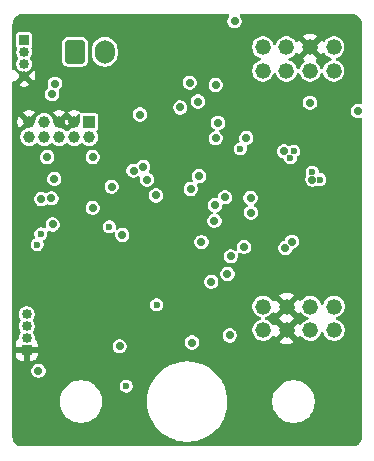
<source format=gbr>
%TF.GenerationSoftware,KiCad,Pcbnew,9.0.2*%
%TF.CreationDate,2025-07-07T17:27:58-04:00*%
%TF.ProjectId,Cain_V1.0,4361696e-5f56-4312-9e30-2e6b69636164,rev?*%
%TF.SameCoordinates,Original*%
%TF.FileFunction,Copper,L2,Inr*%
%TF.FilePolarity,Positive*%
%FSLAX46Y46*%
G04 Gerber Fmt 4.6, Leading zero omitted, Abs format (unit mm)*
G04 Created by KiCad (PCBNEW 9.0.2) date 2025-07-07 17:27:58*
%MOMM*%
%LPD*%
G01*
G04 APERTURE LIST*
G04 Aperture macros list*
%AMRoundRect*
0 Rectangle with rounded corners*
0 $1 Rounding radius*
0 $2 $3 $4 $5 $6 $7 $8 $9 X,Y pos of 4 corners*
0 Add a 4 corners polygon primitive as box body*
4,1,4,$2,$3,$4,$5,$6,$7,$8,$9,$2,$3,0*
0 Add four circle primitives for the rounded corners*
1,1,$1+$1,$2,$3*
1,1,$1+$1,$4,$5*
1,1,$1+$1,$6,$7*
1,1,$1+$1,$8,$9*
0 Add four rect primitives between the rounded corners*
20,1,$1+$1,$2,$3,$4,$5,0*
20,1,$1+$1,$4,$5,$6,$7,0*
20,1,$1+$1,$6,$7,$8,$9,0*
20,1,$1+$1,$8,$9,$2,$3,0*%
G04 Aperture macros list end*
%TA.AperFunction,ComponentPad*%
%ADD10C,1.320800*%
%TD*%
%TA.AperFunction,ComponentPad*%
%ADD11R,1.000000X1.000000*%
%TD*%
%TA.AperFunction,ComponentPad*%
%ADD12C,1.000000*%
%TD*%
%TA.AperFunction,ComponentPad*%
%ADD13R,0.850000X0.850000*%
%TD*%
%TA.AperFunction,ComponentPad*%
%ADD14C,0.850000*%
%TD*%
%TA.AperFunction,ComponentPad*%
%ADD15RoundRect,0.250000X-0.600000X-0.750000X0.600000X-0.750000X0.600000X0.750000X-0.600000X0.750000X0*%
%TD*%
%TA.AperFunction,ComponentPad*%
%ADD16O,1.700000X2.000000*%
%TD*%
%TA.AperFunction,ViaPad*%
%ADD17C,0.700000*%
%TD*%
%TA.AperFunction,ViaPad*%
%ADD18C,0.600000*%
%TD*%
G04 APERTURE END LIST*
D10*
%TO.N,/CAN2.0/Power/3.3IN*%
%TO.C,J3*%
X159422500Y-105950000D03*
%TO.N,/CAN2.0/Power/24IN*%
X159422500Y-107950001D03*
%TO.N,GND*%
X161422499Y-105950000D03*
X161422499Y-107950001D03*
%TO.N,/CAN2.0/Power/CAN+*%
X163422500Y-105950000D03*
%TO.N,/MCU/BOOT0*%
X163422500Y-107950001D03*
%TO.N,/CAN2.0/Power/CAN-*%
X165422498Y-105950000D03*
%TO.N,/CAN2.0/Power/NRST*%
X165422498Y-107950001D03*
%TD*%
D11*
%TO.N,+3.3V*%
%TO.C,J1*%
X144700000Y-90330000D03*
D12*
%TO.N,/MCU/SWDIO*%
X144700000Y-91600000D03*
%TO.N,GND*%
X143430000Y-90330000D03*
%TO.N,/MCU/SWCLK*%
X143430000Y-91600000D03*
%TO.N,GND*%
X142160000Y-90330000D03*
%TO.N,/MCU/SWO*%
X142160000Y-91600000D03*
%TO.N,unconnected-(J1-KEY-Pad7)*%
X140890000Y-90330000D03*
%TO.N,unconnected-(J1-NC{slash}TDI-Pad8)*%
X140890000Y-91600000D03*
%TO.N,GND*%
X139620000Y-90330000D03*
%TO.N,/CAN2.0/Power/NRST*%
X139620000Y-91600000D03*
%TD*%
D10*
%TO.N,/CAN2.0/Power/3.3IN*%
%TO.C,J4*%
X165400000Y-86000000D03*
%TO.N,/CAN2.0/Power/24IN*%
X165400000Y-83999999D03*
%TO.N,unconnected-(J4-Pin_3-Pad3)*%
X163400001Y-86000000D03*
%TO.N,GND*%
X163400001Y-83999999D03*
%TO.N,/CAN2.0/Power/CAN-*%
X161400000Y-86000000D03*
%TO.N,/MCU/BOOT0*%
X161400000Y-83999999D03*
%TO.N,/CAN2.0/Power/CAN+*%
X159400002Y-86000000D03*
%TO.N,/CAN2.0/Power/NRST*%
X159400002Y-83999999D03*
%TD*%
D13*
%TO.N,GND*%
%TO.C,J5*%
X139400000Y-109600000D03*
D14*
%TO.N,/EEPROM/EEPROM_SCL*%
X139400000Y-108600000D03*
%TO.N,/EEPROM/EEPROM_SDA*%
X139400000Y-107600000D03*
%TO.N,+3.3V*%
X139400000Y-106600000D03*
%TD*%
D13*
%TO.N,+3.3V*%
%TO.C,J6*%
X139200000Y-83400000D03*
D14*
%TO.N,/MCU/UART_TX*%
X139200000Y-84400000D03*
%TO.N,/MCU/UART_RX*%
X139200000Y-85400000D03*
%TO.N,GND*%
X139200000Y-86400000D03*
%TD*%
D15*
%TO.N,+24V*%
%TO.C,J2*%
X143500000Y-84385000D03*
D16*
%TO.N,Net-(D2-A)*%
X146000000Y-84385000D03*
%TD*%
D17*
%TO.N,+3.3V*%
X147280000Y-109320000D03*
X140400000Y-111400000D03*
D18*
X157500000Y-92600000D03*
D17*
X158403580Y-98007995D03*
X154200000Y-100500000D03*
X157000000Y-81800000D03*
X141739411Y-95139411D03*
X153900000Y-88600000D03*
X141600000Y-99000000D03*
X156400000Y-103200000D03*
X140650000Y-96850000D03*
X141500000Y-96800000D03*
X167450000Y-89400000D03*
X153300000Y-96000000D03*
D18*
%TO.N,+3.3VA*%
X147850000Y-112700000D03*
X150400000Y-105800000D03*
D17*
%TO.N,Net-(D2-A)*%
X153199000Y-87000000D03*
%TO.N,+24V*%
X155400000Y-87200000D03*
X163400000Y-88700000D03*
%TO.N,/MCU/SWCLK*%
X149000000Y-89700000D03*
D18*
%TO.N,Net-(D7-A)*%
X146400000Y-99200000D03*
X140600000Y-99800000D03*
D17*
%TO.N,/CAN2.0/Power/CAN2_RX*%
X158360882Y-96760882D03*
%TO.N,/CAN2.0/Power/CAN2_TX*%
X157800000Y-100900000D03*
X156200000Y-96700000D03*
%TO.N,/EEPROM/EEPROM_SCL*%
X155300000Y-98700000D03*
%TO.N,/EEPROM/EEPROM_SDA*%
X155350000Y-97350000D03*
D18*
%TO.N,+24V Pre*%
X163600000Y-94600000D03*
X164200000Y-95200000D03*
X162000000Y-92800000D03*
X161740380Y-93340380D03*
D17*
X161200000Y-92800000D03*
X163600000Y-95200000D03*
%TO.N,/Current Sense/ADC2{slash}Current*%
X155400000Y-91700000D03*
X158000000Y-91673130D03*
X156692004Y-101700000D03*
%TO.N,GND*%
X159600000Y-117350000D03*
X156500000Y-106000000D03*
X142800000Y-100200000D03*
X151020000Y-94830000D03*
X139600000Y-117200000D03*
X159000000Y-101380000D03*
X141520000Y-97720000D03*
X154800000Y-89500000D03*
X159200000Y-111300000D03*
X146100000Y-103500000D03*
X142700000Y-94100000D03*
X158200000Y-94800000D03*
D18*
X138900000Y-98000000D03*
X138800000Y-102100000D03*
D17*
X152970000Y-94970000D03*
D18*
X148400000Y-104800000D03*
D17*
X153500000Y-85000000D03*
X166600000Y-117300000D03*
X164500000Y-111000000D03*
X143800000Y-108800000D03*
D18*
X166000000Y-91650000D03*
X147200000Y-105700000D03*
D17*
X167300000Y-94800000D03*
X141000000Y-117000000D03*
X146300000Y-104900000D03*
D18*
X164000000Y-101400000D03*
D17*
X147899000Y-89722409D03*
D18*
X161200000Y-98000000D03*
X152800000Y-100800000D03*
D17*
X146400000Y-117300000D03*
X152100000Y-102400000D03*
X139000000Y-104500000D03*
X158748008Y-90048008D03*
X148800000Y-110100000D03*
X150600000Y-108100000D03*
X150600000Y-107200000D03*
%TO.N,/CAN2.0/Power/NRST*%
X155600000Y-90400000D03*
X145000000Y-97600000D03*
X150350000Y-96550000D03*
X147500000Y-99900000D03*
%TO.N,/CAN2.0/Power/24IN*%
X161300000Y-101000000D03*
X161864121Y-100464121D03*
%TO.N,/MCU/BOOT0*%
X152400000Y-89100000D03*
X146600000Y-95800000D03*
X149600000Y-95200000D03*
X153400000Y-109000000D03*
X156600000Y-108400000D03*
%TO.N,/MCU/Solenoid*%
X154000000Y-94900000D03*
%TO.N,/MCU/ADC1{slash}Pressure*%
X155029605Y-103860589D03*
%TO.N,/MCU/LED_GREEN*%
X141137693Y-93299999D03*
X145000000Y-93300000D03*
%TO.N,/MCU/UART_RX*%
X148448691Y-94448061D03*
X141550000Y-87950000D03*
%TO.N,/MCU/UART_TX*%
X141803950Y-87086569D03*
X149280184Y-94103645D03*
D18*
%TO.N,Net-(D7-K)*%
X140300000Y-100700000D03*
%TD*%
%TA.AperFunction,Conductor*%
%TO.N,GND*%
G36*
X161016099Y-106003504D02*
G01*
X161043794Y-106106865D01*
X161097298Y-106199536D01*
X161172963Y-106275201D01*
X161265634Y-106328705D01*
X161368995Y-106356400D01*
X161369652Y-106356400D01*
X160796518Y-106929531D01*
X160797364Y-106940275D01*
X160797364Y-106959734D01*
X160796518Y-106970468D01*
X161369653Y-107543601D01*
X161368995Y-107543601D01*
X161265634Y-107571296D01*
X161172963Y-107624800D01*
X161097298Y-107700465D01*
X161043794Y-107793136D01*
X161016099Y-107896497D01*
X161016099Y-107897153D01*
X160442967Y-107324021D01*
X160442964Y-107324021D01*
X160430042Y-107341809D01*
X160430035Y-107341819D01*
X160388338Y-107423654D01*
X160340363Y-107474449D01*
X160272542Y-107491244D01*
X160206407Y-107468706D01*
X160174752Y-107436249D01*
X160130042Y-107369335D01*
X160003168Y-107242461D01*
X160003164Y-107242458D01*
X159853979Y-107142775D01*
X159853969Y-107142770D01*
X159830129Y-107132895D01*
X159830110Y-107132887D01*
X159688200Y-107074107D01*
X159665295Y-107069550D01*
X159655397Y-107065747D01*
X159635719Y-107050710D01*
X159613773Y-107039230D01*
X159608441Y-107029866D01*
X159599881Y-107023325D01*
X159591455Y-107000034D01*
X159579201Y-106978513D01*
X159579777Y-106967755D01*
X159576112Y-106957622D01*
X159581615Y-106933473D01*
X159582942Y-106908744D01*
X159589244Y-106900004D01*
X159591639Y-106889499D01*
X159609323Y-106872161D01*
X159623810Y-106852073D01*
X159635047Y-106846941D01*
X159641531Y-106840585D01*
X159655143Y-106837764D01*
X159675688Y-106828382D01*
X159688200Y-106825894D01*
X159853973Y-106757229D01*
X160003165Y-106657542D01*
X160130042Y-106530665D01*
X160174752Y-106463750D01*
X160228363Y-106418947D01*
X160297688Y-106410239D01*
X160360716Y-106440393D01*
X160388339Y-106476347D01*
X160430034Y-106558178D01*
X160442966Y-106575978D01*
X161016099Y-106002845D01*
X161016099Y-106003504D01*
G37*
%TD.AperFunction*%
%TA.AperFunction,Conductor*%
G36*
X162402030Y-106575978D02*
G01*
X162414965Y-106558176D01*
X162456659Y-106476347D01*
X162504633Y-106425551D01*
X162572454Y-106408755D01*
X162638589Y-106431292D01*
X162670246Y-106463750D01*
X162714957Y-106530664D01*
X162714960Y-106530668D01*
X162841831Y-106657539D01*
X162841835Y-106657542D01*
X162991020Y-106757225D01*
X162991033Y-106757232D01*
X163156795Y-106825892D01*
X163156800Y-106825894D01*
X163169311Y-106828382D01*
X163231222Y-106860766D01*
X163265797Y-106921482D01*
X163262058Y-106991251D01*
X163221193Y-107047924D01*
X163169317Y-107071616D01*
X163156809Y-107074104D01*
X163156795Y-107074108D01*
X162991033Y-107142768D01*
X162991020Y-107142775D01*
X162841835Y-107242458D01*
X162841831Y-107242461D01*
X162714960Y-107369332D01*
X162714955Y-107369338D01*
X162670245Y-107436251D01*
X162616633Y-107481055D01*
X162547308Y-107489762D01*
X162484280Y-107459607D01*
X162456659Y-107423654D01*
X162414961Y-107341818D01*
X162402030Y-107324021D01*
X162402030Y-107324020D01*
X161828899Y-107897152D01*
X161828899Y-107896497D01*
X161801204Y-107793136D01*
X161747700Y-107700465D01*
X161672035Y-107624800D01*
X161579364Y-107571296D01*
X161476003Y-107543601D01*
X161475346Y-107543601D01*
X162048477Y-106970469D01*
X162047632Y-106959734D01*
X162047632Y-106940275D01*
X162048477Y-106929531D01*
X161475347Y-106356400D01*
X161476003Y-106356400D01*
X161579364Y-106328705D01*
X161672035Y-106275201D01*
X161747700Y-106199536D01*
X161801204Y-106106865D01*
X161828899Y-106003504D01*
X161828899Y-106002847D01*
X162402030Y-106575978D01*
G37*
%TD.AperFunction*%
%TA.AperFunction,Conductor*%
G36*
X162993601Y-84053503D02*
G01*
X163021296Y-84156864D01*
X163074800Y-84249535D01*
X163150465Y-84325200D01*
X163243136Y-84378704D01*
X163346497Y-84406399D01*
X163347154Y-84406399D01*
X162774020Y-84979530D01*
X162791818Y-84992461D01*
X162873654Y-85034159D01*
X162924450Y-85082134D01*
X162941245Y-85149955D01*
X162918708Y-85216090D01*
X162886251Y-85247745D01*
X162819338Y-85292455D01*
X162819332Y-85292460D01*
X162692461Y-85419331D01*
X162692458Y-85419335D01*
X162592775Y-85568520D01*
X162592768Y-85568533D01*
X162524108Y-85734295D01*
X162524104Y-85734309D01*
X162521616Y-85746817D01*
X162489229Y-85808727D01*
X162428512Y-85843298D01*
X162358743Y-85839556D01*
X162302072Y-85798688D01*
X162278382Y-85746810D01*
X162275894Y-85734300D01*
X162234969Y-85635498D01*
X162207232Y-85568533D01*
X162207225Y-85568520D01*
X162107542Y-85419335D01*
X162107539Y-85419331D01*
X161980668Y-85292460D01*
X161980664Y-85292457D01*
X161831479Y-85192774D01*
X161831466Y-85192767D01*
X161665704Y-85124107D01*
X161665696Y-85124105D01*
X161653184Y-85121616D01*
X161591273Y-85089229D01*
X161556701Y-85028512D01*
X161560442Y-84958743D01*
X161601310Y-84902072D01*
X161653188Y-84878381D01*
X161665700Y-84875893D01*
X161831473Y-84807228D01*
X161980665Y-84707541D01*
X162107542Y-84580664D01*
X162152253Y-84513748D01*
X162205864Y-84468944D01*
X162275189Y-84460237D01*
X162338217Y-84490391D01*
X162365839Y-84526345D01*
X162407531Y-84608169D01*
X162407534Y-84608174D01*
X162420468Y-84625977D01*
X162993601Y-84052844D01*
X162993601Y-84053503D01*
G37*
%TD.AperFunction*%
%TA.AperFunction,Conductor*%
G36*
X164379532Y-84625977D02*
G01*
X164392467Y-84608175D01*
X164434160Y-84526348D01*
X164482134Y-84475552D01*
X164549955Y-84458756D01*
X164616090Y-84481293D01*
X164647747Y-84513750D01*
X164692460Y-84580667D01*
X164819331Y-84707538D01*
X164819335Y-84707541D01*
X164968520Y-84807224D01*
X164968533Y-84807231D01*
X165134295Y-84875891D01*
X165134300Y-84875893D01*
X165146811Y-84878381D01*
X165208722Y-84910765D01*
X165243297Y-84971481D01*
X165239558Y-85041250D01*
X165198693Y-85097923D01*
X165146817Y-85121615D01*
X165134309Y-85124103D01*
X165134295Y-85124107D01*
X164968533Y-85192767D01*
X164968520Y-85192774D01*
X164819335Y-85292457D01*
X164819331Y-85292460D01*
X164692460Y-85419331D01*
X164692457Y-85419335D01*
X164592774Y-85568520D01*
X164592767Y-85568533D01*
X164524107Y-85734295D01*
X164524103Y-85734309D01*
X164521616Y-85746812D01*
X164489229Y-85808722D01*
X164428512Y-85843293D01*
X164358743Y-85839551D01*
X164302072Y-85798683D01*
X164278382Y-85746806D01*
X164275895Y-85734300D01*
X164234970Y-85635498D01*
X164207233Y-85568533D01*
X164207226Y-85568520D01*
X164107543Y-85419335D01*
X164107540Y-85419331D01*
X163980669Y-85292460D01*
X163980665Y-85292457D01*
X163913751Y-85247746D01*
X163868946Y-85194133D01*
X163860239Y-85124808D01*
X163890394Y-85061781D01*
X163926348Y-85034159D01*
X164008177Y-84992465D01*
X164025980Y-84979530D01*
X163452849Y-84406399D01*
X163453505Y-84406399D01*
X163556866Y-84378704D01*
X163649537Y-84325200D01*
X163725202Y-84249535D01*
X163778706Y-84156864D01*
X163806401Y-84053503D01*
X163806401Y-84052846D01*
X164379532Y-84625977D01*
G37*
%TD.AperFunction*%
%TA.AperFunction,Conductor*%
G36*
X156517941Y-81220185D02*
G01*
X156563696Y-81272989D01*
X156573640Y-81342147D01*
X156544615Y-81405703D01*
X156538583Y-81412181D01*
X156519481Y-81431282D01*
X156519475Y-81431290D01*
X156440426Y-81568209D01*
X156440423Y-81568216D01*
X156399500Y-81720943D01*
X156399500Y-81879057D01*
X156430283Y-81993939D01*
X156440423Y-82031783D01*
X156440426Y-82031790D01*
X156519475Y-82168709D01*
X156519479Y-82168714D01*
X156519480Y-82168716D01*
X156631284Y-82280520D01*
X156631286Y-82280521D01*
X156631290Y-82280524D01*
X156768209Y-82359573D01*
X156768216Y-82359577D01*
X156920943Y-82400500D01*
X156920945Y-82400500D01*
X157079055Y-82400500D01*
X157079057Y-82400500D01*
X157231784Y-82359577D01*
X157368716Y-82280520D01*
X157480520Y-82168716D01*
X157559577Y-82031784D01*
X157600500Y-81879057D01*
X157600500Y-81720943D01*
X157559577Y-81568216D01*
X157482474Y-81434668D01*
X157480524Y-81431290D01*
X157480518Y-81431282D01*
X157461417Y-81412181D01*
X157427932Y-81350858D01*
X157432916Y-81281166D01*
X157474788Y-81225233D01*
X157540252Y-81200816D01*
X157549098Y-81200500D01*
X166960118Y-81200500D01*
X166993908Y-81200500D01*
X167006061Y-81201097D01*
X167016051Y-81202080D01*
X167143824Y-81214665D01*
X167167652Y-81219404D01*
X167294277Y-81257815D01*
X167316725Y-81267114D01*
X167433406Y-81329482D01*
X167453616Y-81342986D01*
X167530038Y-81405703D01*
X167555891Y-81426920D01*
X167573079Y-81444108D01*
X167657012Y-81546381D01*
X167670517Y-81566593D01*
X167732883Y-81683271D01*
X167742186Y-81705728D01*
X167780593Y-81832338D01*
X167785335Y-81856180D01*
X167798903Y-81993938D01*
X167799500Y-82006092D01*
X167799500Y-88710365D01*
X167779815Y-88777404D01*
X167727011Y-88823159D01*
X167657853Y-88833103D01*
X167643407Y-88830140D01*
X167529057Y-88799500D01*
X167370943Y-88799500D01*
X167218216Y-88840423D01*
X167218209Y-88840426D01*
X167081290Y-88919475D01*
X167081282Y-88919481D01*
X166969481Y-89031282D01*
X166969475Y-89031290D01*
X166890426Y-89168209D01*
X166890423Y-89168216D01*
X166849500Y-89320943D01*
X166849500Y-89479057D01*
X166890210Y-89630987D01*
X166890423Y-89631783D01*
X166890426Y-89631790D01*
X166969475Y-89768709D01*
X166969479Y-89768714D01*
X166969480Y-89768716D01*
X167081284Y-89880520D01*
X167081286Y-89880521D01*
X167081290Y-89880524D01*
X167170087Y-89931790D01*
X167218216Y-89959577D01*
X167370943Y-90000500D01*
X167370945Y-90000500D01*
X167529054Y-90000500D01*
X167529057Y-90000500D01*
X167643410Y-89969859D01*
X167713256Y-89971522D01*
X167771118Y-90010684D01*
X167798623Y-90074912D01*
X167799500Y-90089634D01*
X167799500Y-116993907D01*
X167798903Y-117006060D01*
X167798903Y-117006061D01*
X167785335Y-117143819D01*
X167780593Y-117167661D01*
X167742186Y-117294271D01*
X167732883Y-117316728D01*
X167670517Y-117433406D01*
X167657012Y-117453618D01*
X167573079Y-117555891D01*
X167555891Y-117573079D01*
X167453618Y-117657012D01*
X167433406Y-117670517D01*
X167316728Y-117732883D01*
X167294271Y-117742186D01*
X167167661Y-117780593D01*
X167143819Y-117785335D01*
X167006062Y-117798903D01*
X166993908Y-117799500D01*
X139006092Y-117799500D01*
X138993938Y-117798903D01*
X138856180Y-117785335D01*
X138832340Y-117780593D01*
X138705728Y-117742186D01*
X138683271Y-117732883D01*
X138566593Y-117670517D01*
X138546381Y-117657012D01*
X138444108Y-117573079D01*
X138426920Y-117555891D01*
X138342986Y-117453616D01*
X138329482Y-117433406D01*
X138267114Y-117316725D01*
X138257815Y-117294277D01*
X138219404Y-117167652D01*
X138214665Y-117143824D01*
X138201097Y-117006060D01*
X138200500Y-116993907D01*
X138200500Y-113881995D01*
X142199500Y-113881995D01*
X142199500Y-114118004D01*
X142199501Y-114118020D01*
X142230306Y-114352010D01*
X142291394Y-114579993D01*
X142381714Y-114798045D01*
X142381719Y-114798056D01*
X142400375Y-114830368D01*
X142499727Y-115002450D01*
X142499729Y-115002453D01*
X142499730Y-115002454D01*
X142643406Y-115189697D01*
X142643412Y-115189704D01*
X142810295Y-115356587D01*
X142810301Y-115356592D01*
X142997550Y-115500273D01*
X143128918Y-115576118D01*
X143201943Y-115618280D01*
X143201948Y-115618282D01*
X143201951Y-115618284D01*
X143420007Y-115708606D01*
X143647986Y-115769693D01*
X143881989Y-115800500D01*
X143881996Y-115800500D01*
X144118004Y-115800500D01*
X144118011Y-115800500D01*
X144352014Y-115769693D01*
X144579993Y-115708606D01*
X144798049Y-115618284D01*
X145002450Y-115500273D01*
X145189699Y-115356592D01*
X145356592Y-115189699D01*
X145500273Y-115002450D01*
X145618284Y-114798049D01*
X145708606Y-114579993D01*
X145769693Y-114352014D01*
X145800500Y-114118011D01*
X145800500Y-113881989D01*
X145794043Y-113832945D01*
X149599500Y-113832945D01*
X149599500Y-114167052D01*
X149632247Y-114499548D01*
X149632250Y-114499565D01*
X149697425Y-114827230D01*
X149697428Y-114827241D01*
X149794418Y-115146977D01*
X149922278Y-115455656D01*
X149922280Y-115455661D01*
X150079769Y-115750303D01*
X150079780Y-115750321D01*
X150265393Y-116028109D01*
X150265403Y-116028123D01*
X150477361Y-116286395D01*
X150713604Y-116522638D01*
X150713609Y-116522642D01*
X150713610Y-116522643D01*
X150971882Y-116734601D01*
X151249685Y-116920224D01*
X151249694Y-116920229D01*
X151249696Y-116920230D01*
X151544338Y-117077719D01*
X151544340Y-117077719D01*
X151544346Y-117077723D01*
X151853024Y-117205582D01*
X152172749Y-117302569D01*
X152172755Y-117302570D01*
X152172758Y-117302571D01*
X152172769Y-117302574D01*
X152378243Y-117343444D01*
X152500441Y-117367751D01*
X152832944Y-117400500D01*
X152832947Y-117400500D01*
X153167053Y-117400500D01*
X153167056Y-117400500D01*
X153499559Y-117367751D01*
X153661757Y-117335487D01*
X153827230Y-117302574D01*
X153827241Y-117302571D01*
X153827241Y-117302570D01*
X153827251Y-117302569D01*
X154146976Y-117205582D01*
X154455654Y-117077723D01*
X154750315Y-116920224D01*
X155028118Y-116734601D01*
X155286390Y-116522643D01*
X155522643Y-116286390D01*
X155734601Y-116028118D01*
X155920224Y-115750315D01*
X156077723Y-115455654D01*
X156205582Y-115146976D01*
X156302569Y-114827251D01*
X156302571Y-114827241D01*
X156302574Y-114827230D01*
X156335487Y-114661757D01*
X156367751Y-114499559D01*
X156400500Y-114167056D01*
X156400500Y-113881995D01*
X160199500Y-113881995D01*
X160199500Y-114118004D01*
X160199501Y-114118020D01*
X160230306Y-114352010D01*
X160291394Y-114579993D01*
X160381714Y-114798045D01*
X160381719Y-114798056D01*
X160400375Y-114830368D01*
X160499727Y-115002450D01*
X160499729Y-115002453D01*
X160499730Y-115002454D01*
X160643406Y-115189697D01*
X160643412Y-115189704D01*
X160810295Y-115356587D01*
X160810301Y-115356592D01*
X160997550Y-115500273D01*
X161128918Y-115576118D01*
X161201943Y-115618280D01*
X161201948Y-115618282D01*
X161201951Y-115618284D01*
X161420007Y-115708606D01*
X161647986Y-115769693D01*
X161881989Y-115800500D01*
X161881996Y-115800500D01*
X162118004Y-115800500D01*
X162118011Y-115800500D01*
X162352014Y-115769693D01*
X162579993Y-115708606D01*
X162798049Y-115618284D01*
X163002450Y-115500273D01*
X163189699Y-115356592D01*
X163356592Y-115189699D01*
X163500273Y-115002450D01*
X163618284Y-114798049D01*
X163708606Y-114579993D01*
X163769693Y-114352014D01*
X163800500Y-114118011D01*
X163800500Y-113881989D01*
X163769693Y-113647986D01*
X163708606Y-113420007D01*
X163618284Y-113201951D01*
X163618282Y-113201948D01*
X163618280Y-113201943D01*
X163576118Y-113128918D01*
X163500273Y-112997550D01*
X163435000Y-112912485D01*
X163356593Y-112810302D01*
X163356587Y-112810295D01*
X163189704Y-112643412D01*
X163189697Y-112643406D01*
X163002454Y-112499730D01*
X163002453Y-112499729D01*
X163002450Y-112499727D01*
X162920957Y-112452677D01*
X162798056Y-112381719D01*
X162798045Y-112381714D01*
X162579993Y-112291394D01*
X162460930Y-112259491D01*
X162352014Y-112230307D01*
X162352013Y-112230306D01*
X162352010Y-112230306D01*
X162118020Y-112199501D01*
X162118017Y-112199500D01*
X162118011Y-112199500D01*
X161881989Y-112199500D01*
X161881983Y-112199500D01*
X161881979Y-112199501D01*
X161647989Y-112230306D01*
X161420006Y-112291394D01*
X161201954Y-112381714D01*
X161201943Y-112381719D01*
X160997545Y-112499730D01*
X160810302Y-112643406D01*
X160810295Y-112643412D01*
X160643412Y-112810295D01*
X160643406Y-112810302D01*
X160499730Y-112997545D01*
X160381719Y-113201943D01*
X160381714Y-113201954D01*
X160291394Y-113420006D01*
X160230306Y-113647989D01*
X160199501Y-113881979D01*
X160199500Y-113881995D01*
X156400500Y-113881995D01*
X156400500Y-113832944D01*
X156367751Y-113500441D01*
X156318035Y-113250500D01*
X156302574Y-113172769D01*
X156302571Y-113172758D01*
X156302570Y-113172755D01*
X156302569Y-113172749D01*
X156205582Y-112853024D01*
X156077723Y-112544346D01*
X156053875Y-112499730D01*
X155920230Y-112249696D01*
X155920229Y-112249694D01*
X155920224Y-112249685D01*
X155734601Y-111971882D01*
X155522643Y-111713610D01*
X155522642Y-111713609D01*
X155522638Y-111713604D01*
X155286395Y-111477361D01*
X155028123Y-111265403D01*
X155028122Y-111265402D01*
X155028118Y-111265399D01*
X154750315Y-111079776D01*
X154750310Y-111079773D01*
X154750303Y-111079769D01*
X154455661Y-110922280D01*
X154455656Y-110922278D01*
X154448903Y-110919481D01*
X154258042Y-110840423D01*
X154146977Y-110794418D01*
X153827241Y-110697428D01*
X153827230Y-110697425D01*
X153499565Y-110632250D01*
X153499548Y-110632247D01*
X153248108Y-110607483D01*
X153167056Y-110599500D01*
X152832944Y-110599500D01*
X152757982Y-110606883D01*
X152500451Y-110632247D01*
X152500434Y-110632250D01*
X152172769Y-110697425D01*
X152172758Y-110697428D01*
X151853022Y-110794418D01*
X151544343Y-110922278D01*
X151544338Y-110922280D01*
X151249696Y-111079769D01*
X151249678Y-111079780D01*
X150971890Y-111265393D01*
X150971876Y-111265403D01*
X150713604Y-111477361D01*
X150477361Y-111713604D01*
X150265403Y-111971876D01*
X150265393Y-111971890D01*
X150079780Y-112249678D01*
X150079769Y-112249696D01*
X149922280Y-112544338D01*
X149922278Y-112544343D01*
X149794418Y-112853022D01*
X149697428Y-113172758D01*
X149697425Y-113172769D01*
X149632250Y-113500434D01*
X149632247Y-113500451D01*
X149599611Y-113831806D01*
X149599612Y-113831807D01*
X149599500Y-113832945D01*
X145794043Y-113832945D01*
X145769693Y-113647986D01*
X145708606Y-113420007D01*
X145618284Y-113201951D01*
X145618282Y-113201948D01*
X145618280Y-113201943D01*
X145576118Y-113128918D01*
X145500273Y-112997550D01*
X145435000Y-112912485D01*
X145356593Y-112810302D01*
X145356587Y-112810295D01*
X145189704Y-112643412D01*
X145189697Y-112643406D01*
X145169000Y-112627525D01*
X147299500Y-112627525D01*
X147299500Y-112772475D01*
X147337016Y-112912485D01*
X147337017Y-112912488D01*
X147409488Y-113038011D01*
X147409490Y-113038013D01*
X147409491Y-113038015D01*
X147511985Y-113140509D01*
X147511986Y-113140510D01*
X147511988Y-113140511D01*
X147637511Y-113212982D01*
X147637512Y-113212982D01*
X147637515Y-113212984D01*
X147777525Y-113250500D01*
X147777528Y-113250500D01*
X147922472Y-113250500D01*
X147922475Y-113250500D01*
X148062485Y-113212984D01*
X148188015Y-113140509D01*
X148290509Y-113038015D01*
X148362984Y-112912485D01*
X148400500Y-112772475D01*
X148400500Y-112627525D01*
X148362984Y-112487515D01*
X148301902Y-112381719D01*
X148290511Y-112361988D01*
X148290506Y-112361982D01*
X148188017Y-112259493D01*
X148188011Y-112259488D01*
X148062488Y-112187017D01*
X148062489Y-112187017D01*
X148051006Y-112183940D01*
X147922475Y-112149500D01*
X147777525Y-112149500D01*
X147648993Y-112183940D01*
X147637511Y-112187017D01*
X147511988Y-112259488D01*
X147511982Y-112259493D01*
X147409493Y-112361982D01*
X147409488Y-112361988D01*
X147337017Y-112487511D01*
X147337016Y-112487515D01*
X147299500Y-112627525D01*
X145169000Y-112627525D01*
X145002454Y-112499730D01*
X145002453Y-112499729D01*
X145002450Y-112499727D01*
X144920957Y-112452677D01*
X144798056Y-112381719D01*
X144798045Y-112381714D01*
X144579993Y-112291394D01*
X144460930Y-112259491D01*
X144352014Y-112230307D01*
X144352013Y-112230306D01*
X144352010Y-112230306D01*
X144118020Y-112199501D01*
X144118017Y-112199500D01*
X144118011Y-112199500D01*
X143881989Y-112199500D01*
X143881983Y-112199500D01*
X143881979Y-112199501D01*
X143647989Y-112230306D01*
X143420006Y-112291394D01*
X143201954Y-112381714D01*
X143201943Y-112381719D01*
X142997545Y-112499730D01*
X142810302Y-112643406D01*
X142810295Y-112643412D01*
X142643412Y-112810295D01*
X142643406Y-112810302D01*
X142499730Y-112997545D01*
X142381719Y-113201943D01*
X142381714Y-113201954D01*
X142291394Y-113420006D01*
X142230306Y-113647989D01*
X142199501Y-113881979D01*
X142199500Y-113881995D01*
X138200500Y-113881995D01*
X138200500Y-111320943D01*
X139799500Y-111320943D01*
X139799500Y-111479056D01*
X139840423Y-111631783D01*
X139840426Y-111631790D01*
X139919475Y-111768709D01*
X139919479Y-111768714D01*
X139919480Y-111768716D01*
X140031284Y-111880520D01*
X140031286Y-111880521D01*
X140031290Y-111880524D01*
X140168209Y-111959573D01*
X140168216Y-111959577D01*
X140320943Y-112000500D01*
X140320945Y-112000500D01*
X140479055Y-112000500D01*
X140479057Y-112000500D01*
X140631784Y-111959577D01*
X140768716Y-111880520D01*
X140880520Y-111768716D01*
X140959577Y-111631784D01*
X141000500Y-111479057D01*
X141000500Y-111320943D01*
X140959577Y-111168216D01*
X140887215Y-111042880D01*
X140880524Y-111031290D01*
X140880518Y-111031282D01*
X140768717Y-110919481D01*
X140768709Y-110919475D01*
X140631790Y-110840426D01*
X140631786Y-110840424D01*
X140631784Y-110840423D01*
X140479057Y-110799500D01*
X140320943Y-110799500D01*
X140168216Y-110840423D01*
X140168209Y-110840426D01*
X140031290Y-110919475D01*
X140031282Y-110919481D01*
X139919481Y-111031282D01*
X139919475Y-111031290D01*
X139840426Y-111168209D01*
X139840423Y-111168216D01*
X139799500Y-111320943D01*
X138200500Y-111320943D01*
X138200500Y-110072844D01*
X138475000Y-110072844D01*
X138481401Y-110132372D01*
X138481403Y-110132379D01*
X138531645Y-110267086D01*
X138531649Y-110267093D01*
X138617809Y-110382187D01*
X138617812Y-110382190D01*
X138732906Y-110468350D01*
X138732913Y-110468354D01*
X138867620Y-110518596D01*
X138867627Y-110518598D01*
X138927155Y-110524999D01*
X138927172Y-110525000D01*
X139150000Y-110525000D01*
X139650000Y-110525000D01*
X139872828Y-110525000D01*
X139872844Y-110524999D01*
X139932372Y-110518598D01*
X139932379Y-110518596D01*
X140067086Y-110468354D01*
X140067093Y-110468350D01*
X140182187Y-110382190D01*
X140182190Y-110382187D01*
X140268350Y-110267093D01*
X140268354Y-110267086D01*
X140318596Y-110132379D01*
X140318598Y-110132372D01*
X140324999Y-110072844D01*
X140325000Y-110072827D01*
X140325000Y-109850000D01*
X139650000Y-109850000D01*
X139650000Y-110525000D01*
X139150000Y-110525000D01*
X139150000Y-109850000D01*
X138475000Y-109850000D01*
X138475000Y-110072844D01*
X138200500Y-110072844D01*
X138200500Y-109127155D01*
X138475000Y-109127155D01*
X138475000Y-109350000D01*
X139350272Y-109350000D01*
X139258386Y-109388060D01*
X139188060Y-109458386D01*
X139150000Y-109550272D01*
X139150000Y-109649728D01*
X139188060Y-109741614D01*
X139258386Y-109811940D01*
X139350272Y-109850000D01*
X139449728Y-109850000D01*
X139541614Y-109811940D01*
X139611940Y-109741614D01*
X139650000Y-109649728D01*
X139650000Y-109550272D01*
X139611940Y-109458386D01*
X139541614Y-109388060D01*
X139449728Y-109350000D01*
X140325000Y-109350000D01*
X140325000Y-109240943D01*
X146679500Y-109240943D01*
X146679500Y-109399057D01*
X146701328Y-109480518D01*
X146720423Y-109551783D01*
X146720426Y-109551790D01*
X146799475Y-109688709D01*
X146799479Y-109688714D01*
X146799480Y-109688716D01*
X146911284Y-109800520D01*
X146911286Y-109800521D01*
X146911290Y-109800524D01*
X147048209Y-109879573D01*
X147048216Y-109879577D01*
X147200943Y-109920500D01*
X147200945Y-109920500D01*
X147359055Y-109920500D01*
X147359057Y-109920500D01*
X147511784Y-109879577D01*
X147648716Y-109800520D01*
X147760520Y-109688716D01*
X147839577Y-109551784D01*
X147880500Y-109399057D01*
X147880500Y-109240943D01*
X147839577Y-109088216D01*
X147765308Y-108959577D01*
X147760522Y-108951287D01*
X147760518Y-108951282D01*
X147730179Y-108920943D01*
X152799500Y-108920943D01*
X152799500Y-109079057D01*
X152812393Y-109127172D01*
X152840423Y-109231783D01*
X152840426Y-109231790D01*
X152919475Y-109368709D01*
X152919479Y-109368714D01*
X152919480Y-109368716D01*
X153031284Y-109480520D01*
X153031286Y-109480521D01*
X153031290Y-109480524D01*
X153152099Y-109550272D01*
X153168216Y-109559577D01*
X153320943Y-109600500D01*
X153320945Y-109600500D01*
X153479055Y-109600500D01*
X153479057Y-109600500D01*
X153631784Y-109559577D01*
X153768716Y-109480520D01*
X153880520Y-109368716D01*
X153959577Y-109231784D01*
X154000500Y-109079057D01*
X154000500Y-108920943D01*
X153959577Y-108768216D01*
X153959286Y-108767712D01*
X153880524Y-108631290D01*
X153880518Y-108631282D01*
X153768717Y-108519481D01*
X153768709Y-108519475D01*
X153631790Y-108440426D01*
X153631786Y-108440424D01*
X153631784Y-108440423D01*
X153479057Y-108399500D01*
X153320943Y-108399500D01*
X153168216Y-108440423D01*
X153168209Y-108440426D01*
X153031290Y-108519475D01*
X153031282Y-108519481D01*
X152919481Y-108631282D01*
X152919475Y-108631290D01*
X152840426Y-108768209D01*
X152840423Y-108768216D01*
X152799500Y-108920943D01*
X147730179Y-108920943D01*
X147648717Y-108839481D01*
X147648709Y-108839475D01*
X147511790Y-108760426D01*
X147511786Y-108760424D01*
X147511784Y-108760423D01*
X147359057Y-108719500D01*
X147200943Y-108719500D01*
X147048216Y-108760423D01*
X147048209Y-108760426D01*
X146911290Y-108839475D01*
X146911282Y-108839481D01*
X146799481Y-108951282D01*
X146799475Y-108951290D01*
X146720426Y-109088209D01*
X146720423Y-109088216D01*
X146679500Y-109240943D01*
X140325000Y-109240943D01*
X140325000Y-109127172D01*
X140324999Y-109127155D01*
X140318598Y-109067627D01*
X140318596Y-109067620D01*
X140268354Y-108932913D01*
X140268350Y-108932906D01*
X140182190Y-108817812D01*
X140124889Y-108774916D01*
X140083019Y-108718982D01*
X140076993Y-108672623D01*
X140075500Y-108672623D01*
X140075500Y-108533466D01*
X140049541Y-108402969D01*
X140049540Y-108402968D01*
X140049540Y-108402964D01*
X140015566Y-108320943D01*
X155999500Y-108320943D01*
X155999500Y-108479057D01*
X156040289Y-108631282D01*
X156040423Y-108631783D01*
X156040426Y-108631790D01*
X156119475Y-108768709D01*
X156119479Y-108768714D01*
X156119480Y-108768716D01*
X156231284Y-108880520D01*
X156231286Y-108880521D01*
X156231290Y-108880524D01*
X156353852Y-108951284D01*
X156368216Y-108959577D01*
X156520943Y-109000500D01*
X156520945Y-109000500D01*
X156679055Y-109000500D01*
X156679057Y-109000500D01*
X156831784Y-108959577D01*
X156968716Y-108880520D01*
X157080520Y-108768716D01*
X157159577Y-108631784D01*
X157200500Y-108479057D01*
X157200500Y-108320943D01*
X157159577Y-108168216D01*
X157085389Y-108039717D01*
X157080524Y-108031290D01*
X157080518Y-108031282D01*
X156968717Y-107919481D01*
X156968709Y-107919475D01*
X156831790Y-107840426D01*
X156831786Y-107840424D01*
X156831784Y-107840423D01*
X156679057Y-107799500D01*
X156520943Y-107799500D01*
X156368216Y-107840423D01*
X156368209Y-107840426D01*
X156231290Y-107919475D01*
X156231282Y-107919481D01*
X156119481Y-108031282D01*
X156119475Y-108031290D01*
X156040426Y-108168209D01*
X156040423Y-108168216D01*
X155999500Y-108320943D01*
X140015566Y-108320943D01*
X139998623Y-108280038D01*
X139998622Y-108280037D01*
X139998620Y-108280031D01*
X139998613Y-108280020D01*
X139924359Y-108168890D01*
X139903481Y-108102213D01*
X139921966Y-108034833D01*
X139924359Y-108031110D01*
X139998613Y-107919979D01*
X139998620Y-107919969D01*
X140049540Y-107797036D01*
X140069478Y-107696807D01*
X140075500Y-107666533D01*
X140075500Y-107533466D01*
X140049541Y-107402969D01*
X140049540Y-107402968D01*
X140049540Y-107402964D01*
X139998620Y-107280031D01*
X139973517Y-107242461D01*
X139924359Y-107168890D01*
X139903481Y-107102213D01*
X139921966Y-107034833D01*
X139924359Y-107031110D01*
X139998613Y-106919979D01*
X139998620Y-106919969D01*
X140049540Y-106797036D01*
X140075500Y-106666531D01*
X140075500Y-106533469D01*
X140075500Y-106533466D01*
X140049541Y-106402969D01*
X140049540Y-106402968D01*
X140049540Y-106402964D01*
X140018781Y-106328705D01*
X139998623Y-106280038D01*
X139998622Y-106280037D01*
X139998620Y-106280031D01*
X139972212Y-106240509D01*
X139924698Y-106169398D01*
X139924692Y-106169390D01*
X139830609Y-106075307D01*
X139830601Y-106075301D01*
X139719979Y-106001386D01*
X139719972Y-106001382D01*
X139719969Y-106001380D01*
X139719965Y-106001378D01*
X139719961Y-106001376D01*
X139597040Y-105950461D01*
X139597030Y-105950458D01*
X139466533Y-105924500D01*
X139466531Y-105924500D01*
X139333469Y-105924500D01*
X139333467Y-105924500D01*
X139202969Y-105950458D01*
X139202959Y-105950461D01*
X139080038Y-106001376D01*
X139080020Y-106001386D01*
X138969398Y-106075301D01*
X138969390Y-106075307D01*
X138875307Y-106169390D01*
X138875301Y-106169398D01*
X138801386Y-106280020D01*
X138801376Y-106280038D01*
X138750461Y-106402959D01*
X138750458Y-106402969D01*
X138724500Y-106533466D01*
X138724500Y-106533469D01*
X138724500Y-106666531D01*
X138724500Y-106666533D01*
X138724499Y-106666533D01*
X138750458Y-106797030D01*
X138750461Y-106797040D01*
X138801376Y-106919961D01*
X138801382Y-106919972D01*
X138875641Y-107031110D01*
X138896518Y-107097788D01*
X138878033Y-107165168D01*
X138875641Y-107168890D01*
X138801382Y-107280027D01*
X138801376Y-107280038D01*
X138750461Y-107402959D01*
X138750458Y-107402969D01*
X138724500Y-107533466D01*
X138724500Y-107533469D01*
X138724500Y-107666531D01*
X138724500Y-107666533D01*
X138724499Y-107666533D01*
X138750458Y-107797030D01*
X138750461Y-107797040D01*
X138801376Y-107919961D01*
X138801382Y-107919972D01*
X138875641Y-108031110D01*
X138896518Y-108097788D01*
X138878033Y-108165168D01*
X138875641Y-108168890D01*
X138801382Y-108280027D01*
X138801376Y-108280038D01*
X138750461Y-108402959D01*
X138750458Y-108402969D01*
X138724500Y-108533466D01*
X138724500Y-108672623D01*
X138722471Y-108672623D01*
X138711180Y-108732147D01*
X138675110Y-108774916D01*
X138617809Y-108817812D01*
X138531649Y-108932906D01*
X138531645Y-108932913D01*
X138481403Y-109067620D01*
X138481401Y-109067627D01*
X138475000Y-109127155D01*
X138200500Y-109127155D01*
X138200500Y-105727525D01*
X149849500Y-105727525D01*
X149849500Y-105872475D01*
X149884042Y-106001386D01*
X149887017Y-106012488D01*
X149959488Y-106138011D01*
X149959490Y-106138013D01*
X149959491Y-106138015D01*
X150061985Y-106240509D01*
X150061986Y-106240510D01*
X150061988Y-106240511D01*
X150187511Y-106312982D01*
X150187512Y-106312982D01*
X150187515Y-106312984D01*
X150327525Y-106350500D01*
X150327528Y-106350500D01*
X150472472Y-106350500D01*
X150472475Y-106350500D01*
X150612485Y-106312984D01*
X150738015Y-106240509D01*
X150840509Y-106138015D01*
X150897261Y-106039718D01*
X158511599Y-106039718D01*
X158546604Y-106215694D01*
X158546607Y-106215704D01*
X158615267Y-106381466D01*
X158615274Y-106381479D01*
X158714957Y-106530664D01*
X158714960Y-106530668D01*
X158841831Y-106657539D01*
X158841835Y-106657542D01*
X158991020Y-106757225D01*
X158991033Y-106757232D01*
X159156795Y-106825892D01*
X159156800Y-106825894D01*
X159169311Y-106828382D01*
X159231222Y-106860766D01*
X159265797Y-106921482D01*
X159262058Y-106991251D01*
X159221193Y-107047924D01*
X159169317Y-107071616D01*
X159156809Y-107074104D01*
X159156795Y-107074108D01*
X158991033Y-107142768D01*
X158991020Y-107142775D01*
X158841835Y-107242458D01*
X158841831Y-107242461D01*
X158714960Y-107369332D01*
X158714957Y-107369336D01*
X158615274Y-107518521D01*
X158615267Y-107518534D01*
X158546607Y-107684296D01*
X158546604Y-107684306D01*
X158511600Y-107860282D01*
X158511600Y-107860285D01*
X158511600Y-108039717D01*
X158511600Y-108039719D01*
X158511599Y-108039719D01*
X158546604Y-108215695D01*
X158546607Y-108215705D01*
X158615267Y-108381467D01*
X158615274Y-108381480D01*
X158714957Y-108530665D01*
X158714960Y-108530669D01*
X158841831Y-108657540D01*
X158841835Y-108657543D01*
X158991020Y-108757226D01*
X158991033Y-108757233D01*
X159156795Y-108825893D01*
X159156800Y-108825895D01*
X159156804Y-108825895D01*
X159156805Y-108825896D01*
X159332781Y-108860901D01*
X159332784Y-108860901D01*
X159512218Y-108860901D01*
X159630610Y-108837350D01*
X159688200Y-108825895D01*
X159757872Y-108797036D01*
X159828668Y-108767712D01*
X159853967Y-108757233D01*
X159853970Y-108757231D01*
X159853973Y-108757230D01*
X160003165Y-108657543D01*
X160130042Y-108530666D01*
X160174752Y-108463751D01*
X160228363Y-108418948D01*
X160297688Y-108410240D01*
X160360716Y-108440394D01*
X160388339Y-108476348D01*
X160430034Y-108558179D01*
X160442966Y-108575979D01*
X161016099Y-108002846D01*
X161016099Y-108003505D01*
X161043794Y-108106866D01*
X161097298Y-108199537D01*
X161172963Y-108275202D01*
X161265634Y-108328706D01*
X161368995Y-108356401D01*
X161369652Y-108356401D01*
X160796518Y-108929532D01*
X160814316Y-108942463D01*
X160977055Y-109025384D01*
X161150770Y-109081828D01*
X161331169Y-109110401D01*
X161513829Y-109110401D01*
X161694227Y-109081828D01*
X161867942Y-109025384D01*
X162030677Y-108942466D01*
X162048478Y-108929532D01*
X161475347Y-108356401D01*
X161476003Y-108356401D01*
X161579364Y-108328706D01*
X161672035Y-108275202D01*
X161747700Y-108199537D01*
X161801204Y-108106866D01*
X161828899Y-108003505D01*
X161828899Y-108002848D01*
X162402030Y-108575979D01*
X162414965Y-108558177D01*
X162456659Y-108476348D01*
X162504633Y-108425552D01*
X162572454Y-108408756D01*
X162638589Y-108431293D01*
X162670246Y-108463751D01*
X162714957Y-108530665D01*
X162714960Y-108530669D01*
X162841831Y-108657540D01*
X162841835Y-108657543D01*
X162991020Y-108757226D01*
X162991033Y-108757233D01*
X163156795Y-108825893D01*
X163156800Y-108825895D01*
X163156804Y-108825895D01*
X163156805Y-108825896D01*
X163332781Y-108860901D01*
X163332784Y-108860901D01*
X163512218Y-108860901D01*
X163630610Y-108837350D01*
X163688200Y-108825895D01*
X163846257Y-108760426D01*
X163853966Y-108757233D01*
X163853966Y-108757232D01*
X163853973Y-108757230D01*
X164003165Y-108657543D01*
X164130042Y-108530666D01*
X164229729Y-108381474D01*
X164298394Y-108215701D01*
X164300882Y-108203193D01*
X164333266Y-108141284D01*
X164393982Y-108106710D01*
X164463751Y-108110449D01*
X164520424Y-108151315D01*
X164544115Y-108203192D01*
X164546604Y-108215701D01*
X164546605Y-108215703D01*
X164546605Y-108215705D01*
X164615265Y-108381467D01*
X164615272Y-108381480D01*
X164714955Y-108530665D01*
X164714958Y-108530669D01*
X164841829Y-108657540D01*
X164841833Y-108657543D01*
X164991018Y-108757226D01*
X164991031Y-108757233D01*
X165156793Y-108825893D01*
X165156798Y-108825895D01*
X165156802Y-108825895D01*
X165156803Y-108825896D01*
X165332779Y-108860901D01*
X165332782Y-108860901D01*
X165512216Y-108860901D01*
X165630608Y-108837350D01*
X165688198Y-108825895D01*
X165846255Y-108760426D01*
X165853964Y-108757233D01*
X165853964Y-108757232D01*
X165853971Y-108757230D01*
X166003163Y-108657543D01*
X166130040Y-108530666D01*
X166229727Y-108381474D01*
X166298392Y-108215701D01*
X166333398Y-108039717D01*
X166333398Y-107860285D01*
X166333398Y-107860282D01*
X166298393Y-107684306D01*
X166298392Y-107684305D01*
X166298392Y-107684301D01*
X166291032Y-107666533D01*
X166229730Y-107518534D01*
X166229723Y-107518521D01*
X166130040Y-107369336D01*
X166130037Y-107369332D01*
X166003166Y-107242461D01*
X166003162Y-107242458D01*
X165853977Y-107142775D01*
X165853964Y-107142768D01*
X165688202Y-107074108D01*
X165688194Y-107074106D01*
X165675682Y-107071617D01*
X165613771Y-107039230D01*
X165579199Y-106978513D01*
X165582940Y-106908744D01*
X165623808Y-106852073D01*
X165675686Y-106828382D01*
X165688198Y-106825894D01*
X165853971Y-106757229D01*
X166003163Y-106657542D01*
X166130040Y-106530665D01*
X166229727Y-106381473D01*
X166298392Y-106215700D01*
X166320072Y-106106709D01*
X166333398Y-106039718D01*
X166333398Y-105860281D01*
X166298393Y-105684305D01*
X166298392Y-105684304D01*
X166298392Y-105684300D01*
X166240113Y-105543600D01*
X166229730Y-105518533D01*
X166229723Y-105518520D01*
X166130040Y-105369335D01*
X166130037Y-105369331D01*
X166003166Y-105242460D01*
X166003162Y-105242457D01*
X165853977Y-105142774D01*
X165853964Y-105142767D01*
X165688202Y-105074107D01*
X165688192Y-105074104D01*
X165512216Y-105039100D01*
X165512214Y-105039100D01*
X165332782Y-105039100D01*
X165332780Y-105039100D01*
X165156803Y-105074104D01*
X165156793Y-105074107D01*
X164991031Y-105142767D01*
X164991018Y-105142774D01*
X164841833Y-105242457D01*
X164841829Y-105242460D01*
X164714958Y-105369331D01*
X164714955Y-105369335D01*
X164615272Y-105518520D01*
X164615265Y-105518533D01*
X164546605Y-105684295D01*
X164546602Y-105684305D01*
X164544116Y-105696806D01*
X164511731Y-105758717D01*
X164451015Y-105793291D01*
X164381245Y-105789551D01*
X164324574Y-105748684D01*
X164300882Y-105696806D01*
X164298395Y-105684305D01*
X164298394Y-105684304D01*
X164298394Y-105684300D01*
X164240115Y-105543600D01*
X164229732Y-105518533D01*
X164229725Y-105518520D01*
X164130042Y-105369335D01*
X164130039Y-105369331D01*
X164003168Y-105242460D01*
X164003164Y-105242457D01*
X163853979Y-105142774D01*
X163853966Y-105142767D01*
X163688204Y-105074107D01*
X163688194Y-105074104D01*
X163512218Y-105039100D01*
X163512216Y-105039100D01*
X163332784Y-105039100D01*
X163332782Y-105039100D01*
X163156805Y-105074104D01*
X163156795Y-105074107D01*
X162991033Y-105142767D01*
X162991020Y-105142774D01*
X162841835Y-105242457D01*
X162841831Y-105242460D01*
X162714960Y-105369331D01*
X162714955Y-105369337D01*
X162670245Y-105436250D01*
X162616633Y-105481054D01*
X162547308Y-105489761D01*
X162484280Y-105459606D01*
X162456659Y-105423653D01*
X162414961Y-105341817D01*
X162402030Y-105324020D01*
X162402030Y-105324019D01*
X161828899Y-105897151D01*
X161828899Y-105896496D01*
X161801204Y-105793135D01*
X161747700Y-105700464D01*
X161672035Y-105624799D01*
X161579364Y-105571295D01*
X161476003Y-105543600D01*
X161475346Y-105543600D01*
X162048477Y-104970467D01*
X162030677Y-104957535D01*
X161867942Y-104874616D01*
X161694227Y-104818172D01*
X161513829Y-104789600D01*
X161331169Y-104789600D01*
X161150770Y-104818172D01*
X160977055Y-104874616D01*
X160814312Y-104957539D01*
X160814307Y-104957543D01*
X160796519Y-104970465D01*
X160796519Y-104970468D01*
X161369653Y-105543600D01*
X161368995Y-105543600D01*
X161265634Y-105571295D01*
X161172963Y-105624799D01*
X161097298Y-105700464D01*
X161043794Y-105793135D01*
X161016099Y-105896496D01*
X161016099Y-105897152D01*
X160442967Y-105324020D01*
X160442964Y-105324020D01*
X160430042Y-105341808D01*
X160430035Y-105341818D01*
X160388338Y-105423653D01*
X160340363Y-105474448D01*
X160272542Y-105491243D01*
X160206407Y-105468705D01*
X160174752Y-105436248D01*
X160130042Y-105369334D01*
X160003168Y-105242460D01*
X160003164Y-105242457D01*
X159853979Y-105142774D01*
X159853969Y-105142769D01*
X159828663Y-105132287D01*
X159828661Y-105132286D01*
X159688204Y-105074107D01*
X159688194Y-105074104D01*
X159512218Y-105039100D01*
X159512216Y-105039100D01*
X159332784Y-105039100D01*
X159332782Y-105039100D01*
X159156805Y-105074104D01*
X159156795Y-105074107D01*
X158991033Y-105142767D01*
X158991020Y-105142774D01*
X158841835Y-105242457D01*
X158841831Y-105242460D01*
X158714960Y-105369331D01*
X158714957Y-105369335D01*
X158615274Y-105518520D01*
X158615267Y-105518533D01*
X158546607Y-105684295D01*
X158546604Y-105684305D01*
X158511600Y-105860281D01*
X158511600Y-105860284D01*
X158511600Y-106039716D01*
X158511600Y-106039718D01*
X158511599Y-106039718D01*
X150897261Y-106039718D01*
X150912984Y-106012485D01*
X150950500Y-105872475D01*
X150950500Y-105727525D01*
X150912984Y-105587515D01*
X150903619Y-105571295D01*
X150840511Y-105461988D01*
X150840506Y-105461982D01*
X150738017Y-105359493D01*
X150738011Y-105359488D01*
X150612488Y-105287017D01*
X150612489Y-105287017D01*
X150601006Y-105283940D01*
X150472475Y-105249500D01*
X150327525Y-105249500D01*
X150198993Y-105283940D01*
X150187511Y-105287017D01*
X150061988Y-105359488D01*
X150061982Y-105359493D01*
X149959493Y-105461982D01*
X149959488Y-105461988D01*
X149887017Y-105587511D01*
X149887016Y-105587515D01*
X149849500Y-105727525D01*
X138200500Y-105727525D01*
X138200500Y-103781532D01*
X154429105Y-103781532D01*
X154429105Y-103939645D01*
X154470028Y-104092372D01*
X154470031Y-104092379D01*
X154549080Y-104229298D01*
X154549084Y-104229303D01*
X154549085Y-104229305D01*
X154660889Y-104341109D01*
X154660891Y-104341110D01*
X154660895Y-104341113D01*
X154797814Y-104420162D01*
X154797821Y-104420166D01*
X154950548Y-104461089D01*
X154950550Y-104461089D01*
X155108660Y-104461089D01*
X155108662Y-104461089D01*
X155261389Y-104420166D01*
X155398321Y-104341109D01*
X155510125Y-104229305D01*
X155589182Y-104092373D01*
X155630105Y-103939646D01*
X155630105Y-103781532D01*
X155589182Y-103628805D01*
X155589178Y-103628798D01*
X155510129Y-103491879D01*
X155510123Y-103491871D01*
X155398322Y-103380070D01*
X155398314Y-103380064D01*
X155261395Y-103301015D01*
X155261391Y-103301013D01*
X155261389Y-103301012D01*
X155108662Y-103260089D01*
X154950548Y-103260089D01*
X154797821Y-103301012D01*
X154797814Y-103301015D01*
X154660895Y-103380064D01*
X154660887Y-103380070D01*
X154549086Y-103491871D01*
X154549080Y-103491879D01*
X154470031Y-103628798D01*
X154470028Y-103628805D01*
X154429105Y-103781532D01*
X138200500Y-103781532D01*
X138200500Y-103120943D01*
X155799500Y-103120943D01*
X155799500Y-103279057D01*
X155826567Y-103380070D01*
X155840423Y-103431783D01*
X155840426Y-103431790D01*
X155919475Y-103568709D01*
X155919479Y-103568714D01*
X155919480Y-103568716D01*
X156031284Y-103680520D01*
X156031286Y-103680521D01*
X156031290Y-103680524D01*
X156168209Y-103759573D01*
X156168216Y-103759577D01*
X156320943Y-103800500D01*
X156320945Y-103800500D01*
X156479055Y-103800500D01*
X156479057Y-103800500D01*
X156631784Y-103759577D01*
X156768716Y-103680520D01*
X156880520Y-103568716D01*
X156959577Y-103431784D01*
X157000500Y-103279057D01*
X157000500Y-103120943D01*
X156959577Y-102968216D01*
X156959573Y-102968209D01*
X156880524Y-102831290D01*
X156880518Y-102831282D01*
X156768717Y-102719481D01*
X156768709Y-102719475D01*
X156631790Y-102640426D01*
X156631786Y-102640424D01*
X156631784Y-102640423D01*
X156479057Y-102599500D01*
X156320943Y-102599500D01*
X156168216Y-102640423D01*
X156168209Y-102640426D01*
X156031290Y-102719475D01*
X156031282Y-102719481D01*
X155919481Y-102831282D01*
X155919475Y-102831290D01*
X155840426Y-102968209D01*
X155840423Y-102968216D01*
X155799500Y-103120943D01*
X138200500Y-103120943D01*
X138200500Y-101620943D01*
X156091504Y-101620943D01*
X156091504Y-101779056D01*
X156132427Y-101931783D01*
X156132430Y-101931790D01*
X156211479Y-102068709D01*
X156211483Y-102068714D01*
X156211484Y-102068716D01*
X156323288Y-102180520D01*
X156323290Y-102180521D01*
X156323294Y-102180524D01*
X156460213Y-102259573D01*
X156460220Y-102259577D01*
X156612947Y-102300500D01*
X156612949Y-102300500D01*
X156771059Y-102300500D01*
X156771061Y-102300500D01*
X156923788Y-102259577D01*
X157060720Y-102180520D01*
X157172524Y-102068716D01*
X157251581Y-101931784D01*
X157292504Y-101779057D01*
X157292504Y-101620943D01*
X157268374Y-101530888D01*
X157270037Y-101461043D01*
X157309199Y-101403181D01*
X157373427Y-101375676D01*
X157442330Y-101387262D01*
X157450147Y-101391410D01*
X157568216Y-101459577D01*
X157720943Y-101500500D01*
X157720945Y-101500500D01*
X157879055Y-101500500D01*
X157879057Y-101500500D01*
X158031784Y-101459577D01*
X158168716Y-101380520D01*
X158280520Y-101268716D01*
X158359577Y-101131784D01*
X158400500Y-100979057D01*
X158400500Y-100920943D01*
X160699500Y-100920943D01*
X160699500Y-101079057D01*
X160737127Y-101219481D01*
X160740423Y-101231783D01*
X160740426Y-101231790D01*
X160819475Y-101368709D01*
X160819479Y-101368714D01*
X160819480Y-101368716D01*
X160931284Y-101480520D01*
X160931286Y-101480521D01*
X160931290Y-101480524D01*
X161018533Y-101530893D01*
X161068216Y-101559577D01*
X161220943Y-101600500D01*
X161220945Y-101600500D01*
X161379055Y-101600500D01*
X161379057Y-101600500D01*
X161531784Y-101559577D01*
X161668716Y-101480520D01*
X161780520Y-101368716D01*
X161859577Y-101231784D01*
X161882837Y-101144972D01*
X161919200Y-101085316D01*
X161970513Y-101057296D01*
X162095905Y-101023698D01*
X162232837Y-100944641D01*
X162344641Y-100832837D01*
X162423698Y-100695905D01*
X162464621Y-100543178D01*
X162464621Y-100385064D01*
X162423698Y-100232337D01*
X162369242Y-100138015D01*
X162344645Y-100095411D01*
X162344639Y-100095403D01*
X162232838Y-99983602D01*
X162232830Y-99983596D01*
X162095911Y-99904547D01*
X162095907Y-99904545D01*
X162095905Y-99904544D01*
X161943178Y-99863621D01*
X161785064Y-99863621D01*
X161632337Y-99904544D01*
X161632330Y-99904547D01*
X161495411Y-99983596D01*
X161495403Y-99983602D01*
X161383602Y-100095403D01*
X161383596Y-100095411D01*
X161304547Y-100232330D01*
X161304544Y-100232335D01*
X161281284Y-100319145D01*
X161244918Y-100378805D01*
X161193604Y-100406825D01*
X161150296Y-100418429D01*
X161068214Y-100440423D01*
X161068209Y-100440426D01*
X160931290Y-100519475D01*
X160931282Y-100519481D01*
X160819481Y-100631282D01*
X160819475Y-100631290D01*
X160740426Y-100768209D01*
X160740423Y-100768216D01*
X160699500Y-100920943D01*
X158400500Y-100920943D01*
X158400500Y-100820943D01*
X158359577Y-100668216D01*
X158338258Y-100631290D01*
X158280524Y-100531290D01*
X158280518Y-100531282D01*
X158168717Y-100419481D01*
X158168709Y-100419475D01*
X158031790Y-100340426D01*
X158031786Y-100340424D01*
X158031784Y-100340423D01*
X157879057Y-100299500D01*
X157720943Y-100299500D01*
X157568216Y-100340423D01*
X157568209Y-100340426D01*
X157431290Y-100419475D01*
X157431282Y-100419481D01*
X157319481Y-100531282D01*
X157319475Y-100531290D01*
X157240426Y-100668209D01*
X157240423Y-100668216D01*
X157199500Y-100820943D01*
X157199500Y-100979057D01*
X157215297Y-101038011D01*
X157223629Y-101069107D01*
X157221966Y-101138957D01*
X157182803Y-101196819D01*
X157118575Y-101224323D01*
X157049673Y-101212736D01*
X157041855Y-101208588D01*
X156923788Y-101140423D01*
X156891543Y-101131783D01*
X156771061Y-101099500D01*
X156612947Y-101099500D01*
X156460220Y-101140423D01*
X156460213Y-101140426D01*
X156323294Y-101219475D01*
X156323286Y-101219481D01*
X156211485Y-101331282D01*
X156211479Y-101331290D01*
X156132430Y-101468209D01*
X156132427Y-101468216D01*
X156091504Y-101620943D01*
X138200500Y-101620943D01*
X138200500Y-100627525D01*
X139749500Y-100627525D01*
X139749500Y-100772475D01*
X139787016Y-100912485D01*
X139787017Y-100912488D01*
X139859488Y-101038011D01*
X139859490Y-101038013D01*
X139859491Y-101038015D01*
X139961985Y-101140509D01*
X139961986Y-101140510D01*
X139961988Y-101140511D01*
X140087511Y-101212982D01*
X140087512Y-101212982D01*
X140087515Y-101212984D01*
X140227525Y-101250500D01*
X140227528Y-101250500D01*
X140372472Y-101250500D01*
X140372475Y-101250500D01*
X140512485Y-101212984D01*
X140638015Y-101140509D01*
X140740509Y-101038015D01*
X140812984Y-100912485D01*
X140850500Y-100772475D01*
X140850500Y-100627525D01*
X140812984Y-100487515D01*
X140799284Y-100463787D01*
X140782812Y-100395888D01*
X140805664Y-100329861D01*
X140844669Y-100294402D01*
X140938015Y-100240509D01*
X141040509Y-100138015D01*
X141112984Y-100012485D01*
X141150500Y-99872475D01*
X141150500Y-99727525D01*
X141134898Y-99669298D01*
X141136560Y-99599450D01*
X141175721Y-99541587D01*
X141239950Y-99514082D01*
X141308852Y-99525668D01*
X141316664Y-99529814D01*
X141368216Y-99559577D01*
X141520943Y-99600500D01*
X141520945Y-99600500D01*
X141679055Y-99600500D01*
X141679057Y-99600500D01*
X141831784Y-99559577D01*
X141968716Y-99480520D01*
X142080520Y-99368716D01*
X142159577Y-99231784D01*
X142187513Y-99127525D01*
X145849500Y-99127525D01*
X145849500Y-99272475D01*
X145887016Y-99412485D01*
X145887017Y-99412488D01*
X145959488Y-99538011D01*
X145959490Y-99538013D01*
X145959491Y-99538015D01*
X146061985Y-99640509D01*
X146061986Y-99640510D01*
X146061988Y-99640511D01*
X146187511Y-99712982D01*
X146187512Y-99712982D01*
X146187515Y-99712984D01*
X146327525Y-99750500D01*
X146327528Y-99750500D01*
X146472472Y-99750500D01*
X146472475Y-99750500D01*
X146612485Y-99712984D01*
X146726995Y-99646871D01*
X146794892Y-99630399D01*
X146860919Y-99653251D01*
X146904110Y-99708172D01*
X146910752Y-99777725D01*
X146908769Y-99786350D01*
X146899500Y-99820943D01*
X146899500Y-99979057D01*
X146940289Y-100131282D01*
X146940423Y-100131783D01*
X146940426Y-100131790D01*
X147019475Y-100268709D01*
X147019479Y-100268714D01*
X147019480Y-100268716D01*
X147131284Y-100380520D01*
X147131286Y-100380521D01*
X147131290Y-100380524D01*
X147235040Y-100440423D01*
X147268216Y-100459577D01*
X147420943Y-100500500D01*
X147420945Y-100500500D01*
X147579055Y-100500500D01*
X147579057Y-100500500D01*
X147731784Y-100459577D01*
X147798701Y-100420943D01*
X153599500Y-100420943D01*
X153599500Y-100579057D01*
X153630810Y-100695905D01*
X153640423Y-100731783D01*
X153640426Y-100731790D01*
X153719475Y-100868709D01*
X153719479Y-100868714D01*
X153719480Y-100868716D01*
X153831284Y-100980520D01*
X153831286Y-100980521D01*
X153831290Y-100980524D01*
X153964262Y-101057294D01*
X153968216Y-101059577D01*
X154120943Y-101100500D01*
X154120945Y-101100500D01*
X154279055Y-101100500D01*
X154279057Y-101100500D01*
X154431784Y-101059577D01*
X154568716Y-100980520D01*
X154680520Y-100868716D01*
X154759577Y-100731784D01*
X154800500Y-100579057D01*
X154800500Y-100420943D01*
X154759577Y-100268216D01*
X154743579Y-100240506D01*
X154680524Y-100131290D01*
X154680518Y-100131282D01*
X154568717Y-100019481D01*
X154568709Y-100019475D01*
X154431790Y-99940426D01*
X154431786Y-99940424D01*
X154431784Y-99940423D01*
X154279057Y-99899500D01*
X154120943Y-99899500D01*
X153968216Y-99940423D01*
X153968209Y-99940426D01*
X153831290Y-100019475D01*
X153831282Y-100019481D01*
X153719481Y-100131282D01*
X153719475Y-100131290D01*
X153640426Y-100268209D01*
X153640423Y-100268216D01*
X153599500Y-100420943D01*
X147798701Y-100420943D01*
X147868716Y-100380520D01*
X147980520Y-100268716D01*
X148059577Y-100131784D01*
X148100500Y-99979057D01*
X148100500Y-99820943D01*
X148059577Y-99668216D01*
X148020481Y-99600499D01*
X147980524Y-99531290D01*
X147980518Y-99531282D01*
X147868717Y-99419481D01*
X147868709Y-99419475D01*
X147731790Y-99340426D01*
X147731786Y-99340424D01*
X147731784Y-99340423D01*
X147579057Y-99299500D01*
X147420943Y-99299500D01*
X147268216Y-99340423D01*
X147268215Y-99340423D01*
X147130069Y-99420181D01*
X147062169Y-99436653D01*
X146996142Y-99413800D01*
X146952952Y-99358878D01*
X146946311Y-99289325D01*
X146948292Y-99280712D01*
X146950500Y-99272475D01*
X146950500Y-99127525D01*
X146912984Y-98987515D01*
X146840509Y-98861985D01*
X146738015Y-98759491D01*
X146669965Y-98720202D01*
X146669964Y-98720201D01*
X146612488Y-98687017D01*
X146612489Y-98687017D01*
X146601006Y-98683940D01*
X146472475Y-98649500D01*
X146327525Y-98649500D01*
X146198993Y-98683940D01*
X146187511Y-98687017D01*
X146061988Y-98759488D01*
X146061982Y-98759493D01*
X145959493Y-98861982D01*
X145959488Y-98861988D01*
X145887017Y-98987511D01*
X145887016Y-98987515D01*
X145849500Y-99127525D01*
X142187513Y-99127525D01*
X142200500Y-99079057D01*
X142200500Y-98920943D01*
X142159577Y-98768216D01*
X142131856Y-98720201D01*
X142080524Y-98631290D01*
X142080518Y-98631282D01*
X142070179Y-98620943D01*
X154699500Y-98620943D01*
X154699500Y-98779057D01*
X154721722Y-98861988D01*
X154740423Y-98931783D01*
X154740426Y-98931790D01*
X154819475Y-99068709D01*
X154819479Y-99068714D01*
X154819480Y-99068716D01*
X154931284Y-99180520D01*
X154931286Y-99180521D01*
X154931290Y-99180524D01*
X155050762Y-99249500D01*
X155068216Y-99259577D01*
X155220943Y-99300500D01*
X155220945Y-99300500D01*
X155379055Y-99300500D01*
X155379057Y-99300500D01*
X155531784Y-99259577D01*
X155668716Y-99180520D01*
X155780520Y-99068716D01*
X155859577Y-98931784D01*
X155900500Y-98779057D01*
X155900500Y-98620943D01*
X155859577Y-98468216D01*
X155806743Y-98376704D01*
X155780524Y-98331290D01*
X155780518Y-98331282D01*
X155668717Y-98219481D01*
X155668712Y-98219477D01*
X155533794Y-98141583D01*
X155485579Y-98091016D01*
X155472355Y-98022409D01*
X155498323Y-97957545D01*
X155555237Y-97917016D01*
X155563672Y-97914429D01*
X155581784Y-97909577D01*
X155718716Y-97830520D01*
X155830520Y-97718716D01*
X155909577Y-97581784D01*
X155950500Y-97429057D01*
X155950500Y-97416429D01*
X155970185Y-97349390D01*
X156022989Y-97303635D01*
X156092147Y-97293691D01*
X156106584Y-97296652D01*
X156120943Y-97300500D01*
X156120945Y-97300500D01*
X156279055Y-97300500D01*
X156279057Y-97300500D01*
X156431784Y-97259577D01*
X156568716Y-97180520D01*
X156680520Y-97068716D01*
X156759577Y-96931784D01*
X156800500Y-96779057D01*
X156800500Y-96681825D01*
X157760382Y-96681825D01*
X157760382Y-96839939D01*
X157784994Y-96931790D01*
X157801305Y-96992665D01*
X157801308Y-96992672D01*
X157880357Y-97129591D01*
X157880361Y-97129596D01*
X157880362Y-97129598D01*
X157992166Y-97241402D01*
X157992167Y-97241403D01*
X157992169Y-97241404D01*
X158075261Y-97289377D01*
X158123476Y-97339944D01*
X158136700Y-97408551D01*
X158110732Y-97473415D01*
X158075262Y-97504151D01*
X158034864Y-97527474D01*
X157923061Y-97639277D01*
X157923055Y-97639285D01*
X157844006Y-97776204D01*
X157844003Y-97776211D01*
X157803080Y-97928938D01*
X157803080Y-98087052D01*
X157833479Y-98200500D01*
X157844003Y-98239778D01*
X157844006Y-98239785D01*
X157923055Y-98376704D01*
X157923059Y-98376709D01*
X157923060Y-98376711D01*
X158034864Y-98488515D01*
X158034866Y-98488516D01*
X158034870Y-98488519D01*
X158088497Y-98519480D01*
X158171796Y-98567572D01*
X158324523Y-98608495D01*
X158324525Y-98608495D01*
X158482635Y-98608495D01*
X158482637Y-98608495D01*
X158635364Y-98567572D01*
X158772296Y-98488515D01*
X158884100Y-98376711D01*
X158963157Y-98239779D01*
X159004080Y-98087052D01*
X159004080Y-97928938D01*
X158963157Y-97776211D01*
X158907065Y-97679056D01*
X158884104Y-97639285D01*
X158884098Y-97639277D01*
X158772297Y-97527476D01*
X158772292Y-97527472D01*
X158689200Y-97479499D01*
X158640984Y-97428932D01*
X158627761Y-97360325D01*
X158653729Y-97295460D01*
X158689200Y-97264725D01*
X158729598Y-97241402D01*
X158841402Y-97129598D01*
X158920459Y-96992666D01*
X158961382Y-96839939D01*
X158961382Y-96681825D01*
X158920459Y-96529098D01*
X158920455Y-96529091D01*
X158841406Y-96392172D01*
X158841400Y-96392164D01*
X158729599Y-96280363D01*
X158729591Y-96280357D01*
X158592672Y-96201308D01*
X158592668Y-96201306D01*
X158592666Y-96201305D01*
X158439939Y-96160382D01*
X158281825Y-96160382D01*
X158129098Y-96201305D01*
X158129091Y-96201308D01*
X157992172Y-96280357D01*
X157992164Y-96280363D01*
X157880363Y-96392164D01*
X157880357Y-96392172D01*
X157801308Y-96529091D01*
X157801305Y-96529098D01*
X157760382Y-96681825D01*
X156800500Y-96681825D01*
X156800500Y-96620943D01*
X156759577Y-96468216D01*
X156738258Y-96431290D01*
X156680524Y-96331290D01*
X156680518Y-96331282D01*
X156568717Y-96219481D01*
X156568709Y-96219475D01*
X156431790Y-96140426D01*
X156431786Y-96140424D01*
X156431784Y-96140423D01*
X156279057Y-96099500D01*
X156120943Y-96099500D01*
X155968216Y-96140423D01*
X155968209Y-96140426D01*
X155831290Y-96219475D01*
X155831282Y-96219481D01*
X155719481Y-96331282D01*
X155719475Y-96331290D01*
X155640426Y-96468209D01*
X155640423Y-96468216D01*
X155599500Y-96620943D01*
X155599500Y-96633570D01*
X155579815Y-96700609D01*
X155527011Y-96746364D01*
X155457853Y-96756308D01*
X155443409Y-96753345D01*
X155429061Y-96749500D01*
X155429057Y-96749500D01*
X155270943Y-96749500D01*
X155118216Y-96790423D01*
X155118209Y-96790426D01*
X154981290Y-96869475D01*
X154981282Y-96869481D01*
X154869481Y-96981282D01*
X154869475Y-96981290D01*
X154790426Y-97118209D01*
X154790423Y-97118216D01*
X154749500Y-97270943D01*
X154749500Y-97429057D01*
X154775872Y-97527476D01*
X154790423Y-97581783D01*
X154790426Y-97581790D01*
X154869475Y-97718709D01*
X154869479Y-97718714D01*
X154869480Y-97718716D01*
X154981284Y-97830520D01*
X154981286Y-97830521D01*
X154981290Y-97830524D01*
X155116204Y-97908416D01*
X155164420Y-97958982D01*
X155177644Y-98027589D01*
X155151676Y-98092454D01*
X155094762Y-98132983D01*
X155086300Y-98135577D01*
X155068220Y-98140421D01*
X155068209Y-98140426D01*
X154931290Y-98219475D01*
X154931282Y-98219481D01*
X154819481Y-98331282D01*
X154819475Y-98331290D01*
X154740426Y-98468209D01*
X154740423Y-98468216D01*
X154699500Y-98620943D01*
X142070179Y-98620943D01*
X141968717Y-98519481D01*
X141968709Y-98519475D01*
X141831790Y-98440426D01*
X141831786Y-98440424D01*
X141831784Y-98440423D01*
X141679057Y-98399500D01*
X141520943Y-98399500D01*
X141368216Y-98440423D01*
X141368209Y-98440426D01*
X141231290Y-98519475D01*
X141231282Y-98519481D01*
X141119481Y-98631282D01*
X141119475Y-98631290D01*
X141040426Y-98768209D01*
X141040423Y-98768216D01*
X140999500Y-98920943D01*
X140999500Y-99079057D01*
X141022166Y-99163647D01*
X141020503Y-99233497D01*
X140981340Y-99291359D01*
X140917112Y-99318863D01*
X140848210Y-99307276D01*
X140840391Y-99303127D01*
X140812488Y-99287017D01*
X140812489Y-99287017D01*
X140788891Y-99280694D01*
X140672475Y-99249500D01*
X140527525Y-99249500D01*
X140411109Y-99280694D01*
X140387511Y-99287017D01*
X140261988Y-99359488D01*
X140261982Y-99359493D01*
X140159493Y-99461982D01*
X140159488Y-99461988D01*
X140087017Y-99587511D01*
X140087016Y-99587515D01*
X140049500Y-99727525D01*
X140049500Y-99872475D01*
X140079277Y-99983602D01*
X140087017Y-100012488D01*
X140100714Y-100036212D01*
X140117187Y-100104113D01*
X140094334Y-100170140D01*
X140055328Y-100205599D01*
X139961985Y-100259491D01*
X139961982Y-100259493D01*
X139859493Y-100361982D01*
X139859488Y-100361988D01*
X139787017Y-100487511D01*
X139787016Y-100487515D01*
X139749500Y-100627525D01*
X138200500Y-100627525D01*
X138200500Y-97520943D01*
X144399500Y-97520943D01*
X144399500Y-97679057D01*
X144440086Y-97830524D01*
X144440423Y-97831783D01*
X144440426Y-97831790D01*
X144519475Y-97968709D01*
X144519479Y-97968714D01*
X144519480Y-97968716D01*
X144631284Y-98080520D01*
X144631286Y-98080521D01*
X144631290Y-98080524D01*
X144735040Y-98140423D01*
X144768216Y-98159577D01*
X144920943Y-98200500D01*
X144920945Y-98200500D01*
X145079055Y-98200500D01*
X145079057Y-98200500D01*
X145231784Y-98159577D01*
X145368716Y-98080520D01*
X145480520Y-97968716D01*
X145559577Y-97831784D01*
X145600500Y-97679057D01*
X145600500Y-97520943D01*
X145559577Y-97368216D01*
X145537816Y-97330524D01*
X145480524Y-97231290D01*
X145480518Y-97231282D01*
X145368717Y-97119481D01*
X145368709Y-97119475D01*
X145231790Y-97040426D01*
X145231786Y-97040424D01*
X145231784Y-97040423D01*
X145079057Y-96999500D01*
X144920943Y-96999500D01*
X144768216Y-97040423D01*
X144768209Y-97040426D01*
X144631290Y-97119475D01*
X144631282Y-97119481D01*
X144519481Y-97231282D01*
X144519475Y-97231290D01*
X144440426Y-97368209D01*
X144440423Y-97368216D01*
X144399500Y-97520943D01*
X138200500Y-97520943D01*
X138200500Y-96770943D01*
X140049500Y-96770943D01*
X140049500Y-96929057D01*
X140086922Y-97068716D01*
X140090423Y-97081783D01*
X140090426Y-97081790D01*
X140169475Y-97218709D01*
X140169479Y-97218714D01*
X140169480Y-97218716D01*
X140281284Y-97330520D01*
X140281286Y-97330521D01*
X140281290Y-97330524D01*
X140402492Y-97400499D01*
X140418216Y-97409577D01*
X140570943Y-97450500D01*
X140570945Y-97450500D01*
X140729055Y-97450500D01*
X140729057Y-97450500D01*
X140881784Y-97409577D01*
X141018716Y-97330520D01*
X141024335Y-97324900D01*
X141085655Y-97291414D01*
X141155346Y-97296395D01*
X141174015Y-97305190D01*
X141268216Y-97359577D01*
X141420943Y-97400500D01*
X141420945Y-97400500D01*
X141579055Y-97400500D01*
X141579057Y-97400500D01*
X141731784Y-97359577D01*
X141868716Y-97280520D01*
X141980520Y-97168716D01*
X142059577Y-97031784D01*
X142100500Y-96879057D01*
X142100500Y-96720943D01*
X142059577Y-96568216D01*
X142054587Y-96559573D01*
X142003417Y-96470943D01*
X149749500Y-96470943D01*
X149749500Y-96629057D01*
X149789693Y-96779057D01*
X149790423Y-96781783D01*
X149790426Y-96781790D01*
X149869475Y-96918709D01*
X149869479Y-96918714D01*
X149869480Y-96918716D01*
X149981284Y-97030520D01*
X149981286Y-97030521D01*
X149981290Y-97030524D01*
X150070087Y-97081790D01*
X150118216Y-97109577D01*
X150270943Y-97150500D01*
X150270945Y-97150500D01*
X150429055Y-97150500D01*
X150429057Y-97150500D01*
X150581784Y-97109577D01*
X150718716Y-97030520D01*
X150830520Y-96918716D01*
X150909577Y-96781784D01*
X150950500Y-96629057D01*
X150950500Y-96470943D01*
X150909577Y-96318216D01*
X150887816Y-96280524D01*
X150830524Y-96181290D01*
X150830518Y-96181282D01*
X150718717Y-96069481D01*
X150718716Y-96069480D01*
X150581784Y-95990423D01*
X150429057Y-95949500D01*
X150270943Y-95949500D01*
X150118216Y-95990423D01*
X150118209Y-95990426D01*
X149981290Y-96069475D01*
X149981282Y-96069481D01*
X149869481Y-96181282D01*
X149869475Y-96181290D01*
X149790426Y-96318209D01*
X149790423Y-96318216D01*
X149749500Y-96470943D01*
X142003417Y-96470943D01*
X141980524Y-96431290D01*
X141980518Y-96431282D01*
X141868717Y-96319481D01*
X141868709Y-96319475D01*
X141731790Y-96240426D01*
X141731786Y-96240424D01*
X141731784Y-96240423D01*
X141579057Y-96199500D01*
X141420943Y-96199500D01*
X141268216Y-96240423D01*
X141268209Y-96240426D01*
X141131290Y-96319475D01*
X141131280Y-96319482D01*
X141125658Y-96325105D01*
X141064334Y-96358587D01*
X140994642Y-96353600D01*
X140975982Y-96344807D01*
X140881790Y-96290425D01*
X140881784Y-96290423D01*
X140729057Y-96249500D01*
X140570943Y-96249500D01*
X140418216Y-96290423D01*
X140418209Y-96290426D01*
X140281290Y-96369475D01*
X140281282Y-96369481D01*
X140169481Y-96481282D01*
X140169475Y-96481290D01*
X140090426Y-96618209D01*
X140090423Y-96618216D01*
X140049500Y-96770943D01*
X138200500Y-96770943D01*
X138200500Y-95060354D01*
X141138911Y-95060354D01*
X141138911Y-95218468D01*
X141165978Y-95319481D01*
X141179834Y-95371194D01*
X141179837Y-95371201D01*
X141258886Y-95508120D01*
X141258890Y-95508125D01*
X141258891Y-95508127D01*
X141370695Y-95619931D01*
X141370697Y-95619932D01*
X141370701Y-95619935D01*
X141475639Y-95680520D01*
X141507627Y-95698988D01*
X141660354Y-95739911D01*
X141660356Y-95739911D01*
X141818466Y-95739911D01*
X141818468Y-95739911D01*
X141889258Y-95720943D01*
X145999500Y-95720943D01*
X145999500Y-95879057D01*
X146029341Y-95990423D01*
X146040423Y-96031783D01*
X146040426Y-96031790D01*
X146119475Y-96168709D01*
X146119479Y-96168714D01*
X146119480Y-96168716D01*
X146231284Y-96280520D01*
X146231286Y-96280521D01*
X146231290Y-96280524D01*
X146319221Y-96331290D01*
X146368216Y-96359577D01*
X146520943Y-96400500D01*
X146520945Y-96400500D01*
X146679055Y-96400500D01*
X146679057Y-96400500D01*
X146831784Y-96359577D01*
X146838970Y-96355427D01*
X146838973Y-96355427D01*
X146968709Y-96280524D01*
X146968708Y-96280524D01*
X146968716Y-96280520D01*
X147080520Y-96168716D01*
X147159577Y-96031784D01*
X147189277Y-95920943D01*
X152699500Y-95920943D01*
X152699500Y-96079057D01*
X152737127Y-96219481D01*
X152740423Y-96231783D01*
X152740426Y-96231790D01*
X152819475Y-96368709D01*
X152819479Y-96368714D01*
X152819480Y-96368716D01*
X152931284Y-96480520D01*
X152931286Y-96480521D01*
X152931290Y-96480524D01*
X153015412Y-96529091D01*
X153068216Y-96559577D01*
X153220943Y-96600500D01*
X153220945Y-96600500D01*
X153379055Y-96600500D01*
X153379057Y-96600500D01*
X153531784Y-96559577D01*
X153668716Y-96480520D01*
X153780520Y-96368716D01*
X153859577Y-96231784D01*
X153900500Y-96079057D01*
X153900500Y-95920943D01*
X153859577Y-95768216D01*
X153812397Y-95686498D01*
X153795926Y-95618599D01*
X153818779Y-95552572D01*
X153873701Y-95509382D01*
X153919786Y-95500500D01*
X154079055Y-95500500D01*
X154079057Y-95500500D01*
X154231784Y-95459577D01*
X154368716Y-95380520D01*
X154480520Y-95268716D01*
X154559577Y-95131784D01*
X154562482Y-95120943D01*
X162999500Y-95120943D01*
X162999500Y-95279057D01*
X163040289Y-95431282D01*
X163040423Y-95431783D01*
X163040426Y-95431790D01*
X163119475Y-95568709D01*
X163119479Y-95568714D01*
X163119480Y-95568716D01*
X163231284Y-95680520D01*
X163231286Y-95680521D01*
X163231290Y-95680524D01*
X163308212Y-95724934D01*
X163368216Y-95759577D01*
X163520943Y-95800500D01*
X163520945Y-95800500D01*
X163679055Y-95800500D01*
X163679057Y-95800500D01*
X163831784Y-95759577D01*
X163891789Y-95724932D01*
X163959685Y-95708460D01*
X163985881Y-95712545D01*
X163987511Y-95712981D01*
X163987515Y-95712984D01*
X164127525Y-95750500D01*
X164127528Y-95750500D01*
X164272472Y-95750500D01*
X164272475Y-95750500D01*
X164412485Y-95712984D01*
X164538015Y-95640509D01*
X164640509Y-95538015D01*
X164712984Y-95412485D01*
X164750500Y-95272475D01*
X164750500Y-95127525D01*
X164712984Y-94987515D01*
X164678962Y-94928588D01*
X164640511Y-94861988D01*
X164640506Y-94861982D01*
X164538017Y-94759493D01*
X164538011Y-94759488D01*
X164412488Y-94687017D01*
X164412489Y-94687017D01*
X164307522Y-94658891D01*
X164272475Y-94649500D01*
X164272471Y-94649499D01*
X164264415Y-94648439D01*
X164264655Y-94646609D01*
X164207461Y-94629815D01*
X164161706Y-94577011D01*
X164152662Y-94535439D01*
X164151561Y-94535585D01*
X164150500Y-94527528D01*
X164150500Y-94527527D01*
X164150500Y-94527525D01*
X164112984Y-94387515D01*
X164085795Y-94340423D01*
X164040511Y-94261988D01*
X164040506Y-94261982D01*
X163938017Y-94159493D01*
X163938011Y-94159488D01*
X163812488Y-94087017D01*
X163812489Y-94087017D01*
X163783879Y-94079351D01*
X163672475Y-94049500D01*
X163527525Y-94049500D01*
X163416121Y-94079351D01*
X163387511Y-94087017D01*
X163261988Y-94159488D01*
X163261982Y-94159493D01*
X163159493Y-94261982D01*
X163159488Y-94261988D01*
X163087017Y-94387511D01*
X163087016Y-94387515D01*
X163049500Y-94527525D01*
X163049500Y-94672475D01*
X163053397Y-94687017D01*
X163087453Y-94814117D01*
X163085790Y-94883967D01*
X163075067Y-94908207D01*
X163040424Y-94968213D01*
X163040423Y-94968216D01*
X162999500Y-95120943D01*
X154562482Y-95120943D01*
X154600500Y-94979057D01*
X154600500Y-94820943D01*
X154559577Y-94668216D01*
X154554190Y-94658886D01*
X154480524Y-94531290D01*
X154480518Y-94531282D01*
X154368717Y-94419481D01*
X154368709Y-94419475D01*
X154231790Y-94340426D01*
X154231786Y-94340424D01*
X154231784Y-94340423D01*
X154079057Y-94299500D01*
X153920943Y-94299500D01*
X153768216Y-94340423D01*
X153768209Y-94340426D01*
X153631290Y-94419475D01*
X153631282Y-94419481D01*
X153519481Y-94531282D01*
X153519475Y-94531290D01*
X153440426Y-94668209D01*
X153440423Y-94668216D01*
X153399500Y-94820943D01*
X153399500Y-94979057D01*
X153440423Y-95131784D01*
X153479518Y-95199500D01*
X153487602Y-95213501D01*
X153504074Y-95281401D01*
X153481221Y-95347428D01*
X153426299Y-95390618D01*
X153380214Y-95399500D01*
X153220943Y-95399500D01*
X153068216Y-95440423D01*
X153068209Y-95440426D01*
X152931290Y-95519475D01*
X152931282Y-95519481D01*
X152819481Y-95631282D01*
X152819475Y-95631290D01*
X152740426Y-95768209D01*
X152740423Y-95768216D01*
X152699500Y-95920943D01*
X147189277Y-95920943D01*
X147200500Y-95879057D01*
X147200500Y-95720943D01*
X147159577Y-95568216D01*
X147131437Y-95519475D01*
X147080524Y-95431290D01*
X147080518Y-95431282D01*
X146968717Y-95319481D01*
X146968709Y-95319475D01*
X146831790Y-95240426D01*
X146831786Y-95240424D01*
X146831784Y-95240423D01*
X146679057Y-95199500D01*
X146520943Y-95199500D01*
X146368216Y-95240423D01*
X146368209Y-95240426D01*
X146231290Y-95319475D01*
X146231282Y-95319481D01*
X146119481Y-95431282D01*
X146119475Y-95431290D01*
X146040426Y-95568209D01*
X146040423Y-95568216D01*
X145999500Y-95720943D01*
X141889258Y-95720943D01*
X141971195Y-95698988D01*
X142108127Y-95619931D01*
X142219931Y-95508127D01*
X142298988Y-95371195D01*
X142339911Y-95218468D01*
X142339911Y-95060354D01*
X142298988Y-94907627D01*
X142265717Y-94849999D01*
X142219935Y-94770701D01*
X142219929Y-94770693D01*
X142108128Y-94658892D01*
X142108120Y-94658886D01*
X141971201Y-94579837D01*
X141971197Y-94579835D01*
X141971195Y-94579834D01*
X141818468Y-94538911D01*
X141660354Y-94538911D01*
X141507627Y-94579834D01*
X141507620Y-94579837D01*
X141370701Y-94658886D01*
X141370693Y-94658892D01*
X141258892Y-94770693D01*
X141258886Y-94770701D01*
X141179837Y-94907620D01*
X141179834Y-94907627D01*
X141138911Y-95060354D01*
X138200500Y-95060354D01*
X138200500Y-94369004D01*
X147848191Y-94369004D01*
X147848191Y-94527118D01*
X147883500Y-94658891D01*
X147889114Y-94679844D01*
X147889117Y-94679851D01*
X147968166Y-94816770D01*
X147968170Y-94816775D01*
X147968171Y-94816777D01*
X148079975Y-94928581D01*
X148079977Y-94928582D01*
X148079981Y-94928585D01*
X148216900Y-95007634D01*
X148216907Y-95007638D01*
X148369634Y-95048561D01*
X148369636Y-95048561D01*
X148527746Y-95048561D01*
X148527748Y-95048561D01*
X148680475Y-95007638D01*
X148817407Y-94928581D01*
X148817416Y-94928571D01*
X148821696Y-94925288D01*
X148886863Y-94900087D01*
X148955309Y-94914118D01*
X149005304Y-94962927D01*
X149020974Y-95031017D01*
X149016968Y-95055748D01*
X148999500Y-95120941D01*
X148999500Y-95120943D01*
X148999500Y-95279057D01*
X149040289Y-95431282D01*
X149040423Y-95431783D01*
X149040426Y-95431790D01*
X149119475Y-95568709D01*
X149119479Y-95568714D01*
X149119480Y-95568716D01*
X149231284Y-95680520D01*
X149231286Y-95680521D01*
X149231290Y-95680524D01*
X149308212Y-95724934D01*
X149368216Y-95759577D01*
X149520943Y-95800500D01*
X149520945Y-95800500D01*
X149679055Y-95800500D01*
X149679057Y-95800500D01*
X149831784Y-95759577D01*
X149968716Y-95680520D01*
X150080520Y-95568716D01*
X150159577Y-95431784D01*
X150200500Y-95279057D01*
X150200500Y-95120943D01*
X150159577Y-94968216D01*
X150124931Y-94908207D01*
X150080524Y-94831290D01*
X150080518Y-94831282D01*
X149968717Y-94719481D01*
X149968709Y-94719475D01*
X149831784Y-94640422D01*
X149826745Y-94638335D01*
X149772343Y-94594492D01*
X149750281Y-94528197D01*
X149766815Y-94461776D01*
X149791234Y-94419481D01*
X149839761Y-94335429D01*
X149880684Y-94182702D01*
X149880684Y-94024588D01*
X149839761Y-93871861D01*
X149787028Y-93780524D01*
X149760708Y-93734935D01*
X149760702Y-93734927D01*
X149648901Y-93623126D01*
X149648893Y-93623120D01*
X149511974Y-93544071D01*
X149511970Y-93544069D01*
X149511968Y-93544068D01*
X149359241Y-93503145D01*
X149201127Y-93503145D01*
X149048400Y-93544068D01*
X149048393Y-93544071D01*
X148911474Y-93623120D01*
X148911466Y-93623126D01*
X148799665Y-93734927D01*
X148799661Y-93734932D01*
X148754492Y-93813168D01*
X148703925Y-93861384D01*
X148635318Y-93874606D01*
X148615012Y-93870943D01*
X148549405Y-93853364D01*
X148527748Y-93847561D01*
X148369634Y-93847561D01*
X148216907Y-93888484D01*
X148216900Y-93888487D01*
X148079981Y-93967536D01*
X148079973Y-93967542D01*
X147968172Y-94079343D01*
X147968166Y-94079351D01*
X147889117Y-94216270D01*
X147889114Y-94216277D01*
X147848191Y-94369004D01*
X138200500Y-94369004D01*
X138200500Y-93220942D01*
X140537193Y-93220942D01*
X140537193Y-93379056D01*
X140570443Y-93503145D01*
X140578116Y-93531782D01*
X140578119Y-93531789D01*
X140657168Y-93668708D01*
X140657172Y-93668713D01*
X140657173Y-93668715D01*
X140768977Y-93780519D01*
X140768979Y-93780520D01*
X140768983Y-93780523D01*
X140825527Y-93813168D01*
X140905909Y-93859576D01*
X141058636Y-93900499D01*
X141058638Y-93900499D01*
X141216748Y-93900499D01*
X141216750Y-93900499D01*
X141369477Y-93859576D01*
X141506409Y-93780519D01*
X141618213Y-93668715D01*
X141697270Y-93531783D01*
X141738193Y-93379056D01*
X141738193Y-93220943D01*
X144399500Y-93220943D01*
X144399500Y-93379057D01*
X144440423Y-93531782D01*
X144440423Y-93531783D01*
X144440426Y-93531790D01*
X144519475Y-93668709D01*
X144519479Y-93668714D01*
X144519480Y-93668716D01*
X144631284Y-93780520D01*
X144631286Y-93780521D01*
X144631290Y-93780524D01*
X144747403Y-93847561D01*
X144768216Y-93859577D01*
X144920943Y-93900500D01*
X144920945Y-93900500D01*
X145079055Y-93900500D01*
X145079057Y-93900500D01*
X145231784Y-93859577D01*
X145368716Y-93780520D01*
X145480520Y-93668716D01*
X145559577Y-93531784D01*
X145600500Y-93379057D01*
X145600500Y-93220943D01*
X145559577Y-93068216D01*
X145527401Y-93012485D01*
X145480524Y-92931290D01*
X145480518Y-92931282D01*
X145368717Y-92819481D01*
X145368709Y-92819475D01*
X145231790Y-92740426D01*
X145231786Y-92740424D01*
X145231784Y-92740423D01*
X145079057Y-92699500D01*
X144920943Y-92699500D01*
X144768216Y-92740423D01*
X144768209Y-92740426D01*
X144631290Y-92819475D01*
X144631282Y-92819481D01*
X144519481Y-92931282D01*
X144519475Y-92931290D01*
X144440426Y-93068209D01*
X144440423Y-93068216D01*
X144399500Y-93220943D01*
X141738193Y-93220943D01*
X141738193Y-93220942D01*
X141697270Y-93068215D01*
X141676236Y-93031783D01*
X141618217Y-92931289D01*
X141618214Y-92931285D01*
X141618213Y-92931283D01*
X141506409Y-92819479D01*
X141506407Y-92819478D01*
X141506402Y-92819474D01*
X141369483Y-92740425D01*
X141369479Y-92740423D01*
X141369477Y-92740422D01*
X141216750Y-92699499D01*
X141058636Y-92699499D01*
X140905909Y-92740422D01*
X140905902Y-92740425D01*
X140768983Y-92819474D01*
X140768975Y-92819480D01*
X140657174Y-92931281D01*
X140657168Y-92931289D01*
X140578119Y-93068208D01*
X140578119Y-93068209D01*
X140578116Y-93068215D01*
X140537193Y-93220942D01*
X138200500Y-93220942D01*
X138200500Y-92527525D01*
X156949500Y-92527525D01*
X156949500Y-92672475D01*
X156967708Y-92740426D01*
X156987017Y-92812488D01*
X157059488Y-92938011D01*
X157059490Y-92938013D01*
X157059491Y-92938015D01*
X157161985Y-93040509D01*
X157161986Y-93040510D01*
X157161988Y-93040511D01*
X157287511Y-93112982D01*
X157287512Y-93112982D01*
X157287515Y-93112984D01*
X157427525Y-93150500D01*
X157427528Y-93150500D01*
X157572472Y-93150500D01*
X157572475Y-93150500D01*
X157712485Y-93112984D01*
X157838015Y-93040509D01*
X157940509Y-92938015D01*
X158012984Y-92812485D01*
X158037513Y-92720943D01*
X160599500Y-92720943D01*
X160599500Y-92879057D01*
X160615299Y-92938017D01*
X160640423Y-93031783D01*
X160640426Y-93031790D01*
X160719475Y-93168709D01*
X160719479Y-93168714D01*
X160719480Y-93168716D01*
X160831284Y-93280520D01*
X160831286Y-93280521D01*
X160831290Y-93280524D01*
X160968209Y-93359573D01*
X160968216Y-93359577D01*
X161120943Y-93400500D01*
X161120945Y-93400500D01*
X161122494Y-93400915D01*
X161182154Y-93437280D01*
X161210174Y-93488595D01*
X161227395Y-93552863D01*
X161227397Y-93552868D01*
X161299868Y-93678391D01*
X161299870Y-93678393D01*
X161299871Y-93678395D01*
X161402365Y-93780889D01*
X161402366Y-93780890D01*
X161402368Y-93780891D01*
X161527891Y-93853362D01*
X161527892Y-93853362D01*
X161527895Y-93853364D01*
X161667905Y-93890880D01*
X161667908Y-93890880D01*
X161812852Y-93890880D01*
X161812855Y-93890880D01*
X161952865Y-93853364D01*
X162078395Y-93780889D01*
X162180889Y-93678395D01*
X162253364Y-93552865D01*
X162290880Y-93412855D01*
X162290880Y-93337827D01*
X162310565Y-93270788D01*
X162332718Y-93246708D01*
X162332267Y-93246257D01*
X162357582Y-93220942D01*
X162440509Y-93138015D01*
X162512984Y-93012485D01*
X162550500Y-92872475D01*
X162550500Y-92727525D01*
X162512984Y-92587515D01*
X162478350Y-92527528D01*
X162440511Y-92461988D01*
X162440506Y-92461982D01*
X162338017Y-92359493D01*
X162338011Y-92359488D01*
X162212488Y-92287017D01*
X162212489Y-92287017D01*
X162201006Y-92283940D01*
X162072475Y-92249500D01*
X161927525Y-92249500D01*
X161798993Y-92283940D01*
X161787511Y-92287017D01*
X161710270Y-92331613D01*
X161642370Y-92348086D01*
X161576343Y-92325234D01*
X161572779Y-92322598D01*
X161568717Y-92319481D01*
X161568716Y-92319480D01*
X161568712Y-92319478D01*
X161568710Y-92319476D01*
X161431790Y-92240426D01*
X161431786Y-92240424D01*
X161431784Y-92240423D01*
X161279057Y-92199500D01*
X161120943Y-92199500D01*
X160968216Y-92240423D01*
X160968209Y-92240426D01*
X160831290Y-92319475D01*
X160831282Y-92319481D01*
X160719481Y-92431282D01*
X160719475Y-92431290D01*
X160640426Y-92568209D01*
X160640423Y-92568216D01*
X160599500Y-92720943D01*
X158037513Y-92720943D01*
X158050500Y-92672475D01*
X158050500Y-92527525D01*
X158021031Y-92417546D01*
X158022694Y-92347703D01*
X158061856Y-92289840D01*
X158108710Y-92265684D01*
X158231784Y-92232707D01*
X158368716Y-92153650D01*
X158480520Y-92041846D01*
X158559577Y-91904914D01*
X158600500Y-91752187D01*
X158600500Y-91594073D01*
X158559577Y-91441346D01*
X158496037Y-91331290D01*
X158480524Y-91304420D01*
X158480518Y-91304412D01*
X158368717Y-91192611D01*
X158368709Y-91192605D01*
X158231790Y-91113556D01*
X158231786Y-91113554D01*
X158231784Y-91113553D01*
X158079057Y-91072630D01*
X157920943Y-91072630D01*
X157768216Y-91113553D01*
X157768209Y-91113556D01*
X157631290Y-91192605D01*
X157631282Y-91192611D01*
X157519481Y-91304412D01*
X157519475Y-91304420D01*
X157440426Y-91441339D01*
X157440423Y-91441346D01*
X157399500Y-91594073D01*
X157399500Y-91752187D01*
X157417380Y-91818917D01*
X157442527Y-91912765D01*
X157440232Y-91913379D01*
X157446396Y-91970802D01*
X157415111Y-92033277D01*
X157356465Y-92068540D01*
X157323548Y-92077360D01*
X157287510Y-92087017D01*
X157161988Y-92159488D01*
X157161982Y-92159493D01*
X157059493Y-92261982D01*
X157059488Y-92261988D01*
X156987017Y-92387511D01*
X156987016Y-92387515D01*
X156949500Y-92527525D01*
X138200500Y-92527525D01*
X138200500Y-91673920D01*
X138869499Y-91673920D01*
X138898340Y-91818907D01*
X138898343Y-91818917D01*
X138954912Y-91955488D01*
X138954919Y-91955501D01*
X139037048Y-92078415D01*
X139037051Y-92078419D01*
X139141580Y-92182948D01*
X139141584Y-92182951D01*
X139264498Y-92265080D01*
X139264511Y-92265087D01*
X139395817Y-92319475D01*
X139401087Y-92321658D01*
X139401091Y-92321658D01*
X139401092Y-92321659D01*
X139546079Y-92350500D01*
X139546082Y-92350500D01*
X139693920Y-92350500D01*
X139791462Y-92331096D01*
X139838913Y-92321658D01*
X139975495Y-92265084D01*
X140098416Y-92182951D01*
X140127719Y-92153648D01*
X140167319Y-92114049D01*
X140228642Y-92080564D01*
X140298334Y-92085548D01*
X140342681Y-92114049D01*
X140411580Y-92182948D01*
X140411584Y-92182951D01*
X140534498Y-92265080D01*
X140534511Y-92265087D01*
X140665817Y-92319475D01*
X140671087Y-92321658D01*
X140671091Y-92321658D01*
X140671092Y-92321659D01*
X140816079Y-92350500D01*
X140816082Y-92350500D01*
X140963920Y-92350500D01*
X141061462Y-92331096D01*
X141108913Y-92321658D01*
X141245495Y-92265084D01*
X141368416Y-92182951D01*
X141397719Y-92153648D01*
X141437319Y-92114049D01*
X141498642Y-92080564D01*
X141568334Y-92085548D01*
X141612681Y-92114049D01*
X141681580Y-92182948D01*
X141681584Y-92182951D01*
X141804498Y-92265080D01*
X141804511Y-92265087D01*
X141935817Y-92319475D01*
X141941087Y-92321658D01*
X141941091Y-92321658D01*
X141941092Y-92321659D01*
X142086079Y-92350500D01*
X142086082Y-92350500D01*
X142233920Y-92350500D01*
X142331462Y-92331096D01*
X142378913Y-92321658D01*
X142515495Y-92265084D01*
X142638416Y-92182951D01*
X142667719Y-92153648D01*
X142707319Y-92114049D01*
X142768642Y-92080564D01*
X142838334Y-92085548D01*
X142882681Y-92114049D01*
X142951580Y-92182948D01*
X142951584Y-92182951D01*
X143074498Y-92265080D01*
X143074511Y-92265087D01*
X143205817Y-92319475D01*
X143211087Y-92321658D01*
X143211091Y-92321658D01*
X143211092Y-92321659D01*
X143356079Y-92350500D01*
X143356082Y-92350500D01*
X143503920Y-92350500D01*
X143601462Y-92331096D01*
X143648913Y-92321658D01*
X143785495Y-92265084D01*
X143908416Y-92182951D01*
X143937719Y-92153648D01*
X143977319Y-92114049D01*
X144038642Y-92080564D01*
X144108334Y-92085548D01*
X144152681Y-92114049D01*
X144221580Y-92182948D01*
X144221584Y-92182951D01*
X144344498Y-92265080D01*
X144344511Y-92265087D01*
X144475817Y-92319475D01*
X144481087Y-92321658D01*
X144481091Y-92321658D01*
X144481092Y-92321659D01*
X144626079Y-92350500D01*
X144626082Y-92350500D01*
X144773920Y-92350500D01*
X144871462Y-92331096D01*
X144918913Y-92321658D01*
X145055495Y-92265084D01*
X145178416Y-92182951D01*
X145282951Y-92078416D01*
X145365084Y-91955495D01*
X145421658Y-91818913D01*
X145450500Y-91673918D01*
X145450500Y-91620943D01*
X154799500Y-91620943D01*
X154799500Y-91779057D01*
X154835492Y-91913379D01*
X154840423Y-91931783D01*
X154840426Y-91931790D01*
X154919475Y-92068709D01*
X154919479Y-92068714D01*
X154919480Y-92068716D01*
X155031284Y-92180520D01*
X155031286Y-92180521D01*
X155031290Y-92180524D01*
X155121675Y-92232707D01*
X155168216Y-92259577D01*
X155320943Y-92300500D01*
X155320945Y-92300500D01*
X155479055Y-92300500D01*
X155479057Y-92300500D01*
X155631784Y-92259577D01*
X155768716Y-92180520D01*
X155880520Y-92068716D01*
X155959577Y-91931784D01*
X156000500Y-91779057D01*
X156000500Y-91620943D01*
X155959577Y-91468216D01*
X155944060Y-91441339D01*
X155880524Y-91331290D01*
X155880518Y-91331282D01*
X155768717Y-91219481D01*
X155768716Y-91219480D01*
X155740494Y-91203186D01*
X155692279Y-91152620D01*
X155679055Y-91084013D01*
X155705023Y-91019148D01*
X155761937Y-90978619D01*
X155770388Y-90976027D01*
X155831784Y-90959577D01*
X155968716Y-90880520D01*
X156080520Y-90768716D01*
X156159577Y-90631784D01*
X156200500Y-90479057D01*
X156200500Y-90320943D01*
X156159577Y-90168216D01*
X156114208Y-90089634D01*
X156080524Y-90031290D01*
X156080518Y-90031282D01*
X155968717Y-89919481D01*
X155968709Y-89919475D01*
X155831790Y-89840426D01*
X155831786Y-89840424D01*
X155831784Y-89840423D01*
X155679057Y-89799500D01*
X155520943Y-89799500D01*
X155368216Y-89840423D01*
X155368209Y-89840426D01*
X155231290Y-89919475D01*
X155231282Y-89919481D01*
X155119481Y-90031282D01*
X155119475Y-90031290D01*
X155040426Y-90168209D01*
X155040423Y-90168216D01*
X154999500Y-90320943D01*
X154999500Y-90479057D01*
X155034974Y-90611446D01*
X155040423Y-90631783D01*
X155040426Y-90631790D01*
X155119475Y-90768709D01*
X155119479Y-90768714D01*
X155119480Y-90768716D01*
X155231284Y-90880520D01*
X155231285Y-90880521D01*
X155231287Y-90880522D01*
X155259503Y-90896812D01*
X155307720Y-90947378D01*
X155320944Y-91015985D01*
X155294977Y-91080850D01*
X155238063Y-91121379D01*
X155229600Y-91123974D01*
X155168220Y-91140421D01*
X155168209Y-91140426D01*
X155031290Y-91219475D01*
X155031282Y-91219481D01*
X154919481Y-91331282D01*
X154919475Y-91331290D01*
X154840426Y-91468209D01*
X154840423Y-91468216D01*
X154799500Y-91620943D01*
X145450500Y-91620943D01*
X145450500Y-91526082D01*
X145450500Y-91526079D01*
X145421659Y-91381092D01*
X145421658Y-91381091D01*
X145421658Y-91381087D01*
X145421656Y-91381082D01*
X145365087Y-91244511D01*
X145365079Y-91244496D01*
X145330715Y-91193068D01*
X145309836Y-91126391D01*
X145328320Y-91059010D01*
X145364924Y-91021075D01*
X145380601Y-91010601D01*
X145435966Y-90927740D01*
X145450500Y-90854674D01*
X145450500Y-89805326D01*
X145450500Y-89805323D01*
X145450499Y-89805321D01*
X145435967Y-89732264D01*
X145435966Y-89732260D01*
X145402187Y-89681706D01*
X145402186Y-89681703D01*
X145380602Y-89649400D01*
X145338013Y-89620943D01*
X148399500Y-89620943D01*
X148399500Y-89779057D01*
X148437127Y-89919481D01*
X148440423Y-89931783D01*
X148440426Y-89931790D01*
X148519475Y-90068709D01*
X148519479Y-90068714D01*
X148519480Y-90068716D01*
X148631284Y-90180520D01*
X148631286Y-90180521D01*
X148631290Y-90180524D01*
X148762162Y-90256082D01*
X148768216Y-90259577D01*
X148920943Y-90300500D01*
X148920945Y-90300500D01*
X149079055Y-90300500D01*
X149079057Y-90300500D01*
X149231784Y-90259577D01*
X149368716Y-90180520D01*
X149480520Y-90068716D01*
X149559577Y-89931784D01*
X149600500Y-89779057D01*
X149600500Y-89620943D01*
X149559577Y-89468216D01*
X149501966Y-89368430D01*
X149480524Y-89331290D01*
X149480518Y-89331282D01*
X149368717Y-89219481D01*
X149368709Y-89219475D01*
X149231790Y-89140426D01*
X149231786Y-89140424D01*
X149231784Y-89140423D01*
X149079057Y-89099500D01*
X148920943Y-89099500D01*
X148768216Y-89140423D01*
X148768209Y-89140426D01*
X148631290Y-89219475D01*
X148631282Y-89219481D01*
X148519481Y-89331282D01*
X148519475Y-89331290D01*
X148440426Y-89468209D01*
X148440423Y-89468216D01*
X148399500Y-89620943D01*
X145338013Y-89620943D01*
X145297739Y-89594033D01*
X145297735Y-89594032D01*
X145224677Y-89579500D01*
X145224674Y-89579500D01*
X144175326Y-89579500D01*
X144175323Y-89579500D01*
X144090281Y-89596416D01*
X144089494Y-89592460D01*
X144042384Y-89597520D01*
X143979908Y-89566238D01*
X143944262Y-89506145D01*
X143941011Y-89487645D01*
X143939019Y-89467425D01*
X143903675Y-89443809D01*
X143903673Y-89443808D01*
X143721693Y-89368430D01*
X143721681Y-89368427D01*
X143528495Y-89330000D01*
X143331504Y-89330000D01*
X143138318Y-89368427D01*
X143138310Y-89368429D01*
X142956325Y-89443809D01*
X142956318Y-89443813D01*
X142920979Y-89467426D01*
X143430000Y-89976446D01*
X143430001Y-89976446D01*
X143746957Y-89659488D01*
X143808280Y-89626003D01*
X143877971Y-89630987D01*
X143933905Y-89672858D01*
X143958322Y-89738323D01*
X143956256Y-89771359D01*
X143949500Y-89805326D01*
X143949500Y-90112691D01*
X143929815Y-90179730D01*
X143913181Y-90200372D01*
X143755000Y-90358553D01*
X143755000Y-90287213D01*
X143732851Y-90204555D01*
X143690064Y-90130446D01*
X143629554Y-90069936D01*
X143555445Y-90027149D01*
X143472787Y-90005000D01*
X143387213Y-90005000D01*
X143304555Y-90027149D01*
X143230446Y-90069936D01*
X143169936Y-90130446D01*
X143127149Y-90204555D01*
X143105000Y-90287213D01*
X143105000Y-90372787D01*
X143127149Y-90455445D01*
X143169936Y-90529554D01*
X143230446Y-90590064D01*
X143304555Y-90632851D01*
X143387213Y-90655000D01*
X143458554Y-90655000D01*
X143267677Y-90845875D01*
X143215997Y-90876852D01*
X143211087Y-90878341D01*
X143074507Y-90934914D01*
X143074498Y-90934919D01*
X142951584Y-91017048D01*
X142951580Y-91017051D01*
X142882681Y-91085951D01*
X142821358Y-91119436D01*
X142751666Y-91114452D01*
X142707319Y-91085951D01*
X142638419Y-91017051D01*
X142638415Y-91017048D01*
X142515501Y-90934919D01*
X142515488Y-90934912D01*
X142378917Y-90878343D01*
X142374004Y-90876853D01*
X142322321Y-90845874D01*
X142131446Y-90655000D01*
X142202787Y-90655000D01*
X142285445Y-90632851D01*
X142359554Y-90590064D01*
X142420064Y-90529554D01*
X142462851Y-90455445D01*
X142485000Y-90372787D01*
X142485000Y-90330000D01*
X142513553Y-90330000D01*
X142795000Y-90611446D01*
X142795001Y-90611446D01*
X143076446Y-90330001D01*
X143076446Y-90329999D01*
X142795001Y-90048553D01*
X142795000Y-90048553D01*
X142513553Y-90330000D01*
X142485000Y-90330000D01*
X142485000Y-90287213D01*
X142462851Y-90204555D01*
X142420064Y-90130446D01*
X142359554Y-90069936D01*
X142285445Y-90027149D01*
X142202787Y-90005000D01*
X142117213Y-90005000D01*
X142034555Y-90027149D01*
X141960446Y-90069936D01*
X141899936Y-90130446D01*
X141857149Y-90204555D01*
X141835000Y-90287213D01*
X141835000Y-90358553D01*
X141644126Y-90167679D01*
X141613147Y-90115996D01*
X141611656Y-90111082D01*
X141555087Y-89974511D01*
X141555080Y-89974498D01*
X141472951Y-89851584D01*
X141472948Y-89851580D01*
X141368419Y-89747051D01*
X141368415Y-89747048D01*
X141245501Y-89664919D01*
X141245488Y-89664912D01*
X141108917Y-89608343D01*
X141108907Y-89608340D01*
X140963920Y-89579500D01*
X140963918Y-89579500D01*
X140816082Y-89579500D01*
X140816080Y-89579500D01*
X140671092Y-89608340D01*
X140671082Y-89608343D01*
X140534511Y-89664912D01*
X140534498Y-89664919D01*
X140411584Y-89747048D01*
X140411580Y-89747051D01*
X140307051Y-89851580D01*
X140307048Y-89851584D01*
X140224919Y-89974498D01*
X140224914Y-89974507D01*
X140168341Y-90111087D01*
X140166852Y-90115997D01*
X140135875Y-90167677D01*
X139945000Y-90358553D01*
X139945000Y-90287213D01*
X139922851Y-90204555D01*
X139880064Y-90130446D01*
X139819554Y-90069936D01*
X139745445Y-90027149D01*
X139662787Y-90005000D01*
X139577213Y-90005000D01*
X139494555Y-90027149D01*
X139420446Y-90069936D01*
X139359936Y-90130446D01*
X139317149Y-90204555D01*
X139295000Y-90287213D01*
X139295000Y-90372787D01*
X139317149Y-90455445D01*
X139359936Y-90529554D01*
X139420446Y-90590064D01*
X139494555Y-90632851D01*
X139577213Y-90655000D01*
X139648554Y-90655000D01*
X139457677Y-90845875D01*
X139405997Y-90876852D01*
X139401087Y-90878341D01*
X139264507Y-90934914D01*
X139264498Y-90934919D01*
X139141584Y-91017048D01*
X139141580Y-91017051D01*
X139037051Y-91121580D01*
X139037048Y-91121584D01*
X138954919Y-91244498D01*
X138954912Y-91244511D01*
X138898343Y-91381082D01*
X138898340Y-91381092D01*
X138869500Y-91526079D01*
X138869500Y-91526082D01*
X138869500Y-91673918D01*
X138869500Y-91673920D01*
X138869499Y-91673920D01*
X138200500Y-91673920D01*
X138200500Y-90231504D01*
X138620000Y-90231504D01*
X138620000Y-90428495D01*
X138658427Y-90621681D01*
X138658430Y-90621693D01*
X138733808Y-90803673D01*
X138733809Y-90803675D01*
X138757425Y-90839019D01*
X139266446Y-90330000D01*
X139266446Y-90329999D01*
X138757426Y-89820978D01*
X138757426Y-89820979D01*
X138733813Y-89856318D01*
X138733809Y-89856325D01*
X138658429Y-90038310D01*
X138658427Y-90038318D01*
X138620000Y-90231504D01*
X138200500Y-90231504D01*
X138200500Y-89467426D01*
X139110978Y-89467426D01*
X139620000Y-89976446D01*
X139620001Y-89976446D01*
X140129020Y-89467426D01*
X141650978Y-89467426D01*
X142160000Y-89976446D01*
X142160001Y-89976446D01*
X142669019Y-89467425D01*
X142633675Y-89443809D01*
X142633673Y-89443808D01*
X142451693Y-89368430D01*
X142451681Y-89368427D01*
X142258495Y-89330000D01*
X142061504Y-89330000D01*
X141868318Y-89368427D01*
X141868310Y-89368429D01*
X141686325Y-89443809D01*
X141686318Y-89443813D01*
X141650979Y-89467426D01*
X141650978Y-89467426D01*
X140129020Y-89467426D01*
X140093675Y-89443809D01*
X140093673Y-89443808D01*
X139911693Y-89368430D01*
X139911681Y-89368427D01*
X139718495Y-89330000D01*
X139521504Y-89330000D01*
X139328318Y-89368427D01*
X139328310Y-89368429D01*
X139146325Y-89443809D01*
X139146318Y-89443813D01*
X139110979Y-89467426D01*
X139110978Y-89467426D01*
X138200500Y-89467426D01*
X138200500Y-89020943D01*
X151799500Y-89020943D01*
X151799500Y-89179057D01*
X151840289Y-89331282D01*
X151840423Y-89331783D01*
X151840426Y-89331790D01*
X151919475Y-89468709D01*
X151919479Y-89468714D01*
X151919480Y-89468716D01*
X152031284Y-89580520D01*
X152031286Y-89580521D01*
X152031290Y-89580524D01*
X152120087Y-89631790D01*
X152168216Y-89659577D01*
X152320943Y-89700500D01*
X152320945Y-89700500D01*
X152479055Y-89700500D01*
X152479057Y-89700500D01*
X152631784Y-89659577D01*
X152768716Y-89580520D01*
X152880520Y-89468716D01*
X152959577Y-89331784D01*
X153000500Y-89179057D01*
X153000500Y-89020943D01*
X152959577Y-88868216D01*
X152908101Y-88779056D01*
X152880524Y-88731290D01*
X152880518Y-88731282D01*
X152768717Y-88619481D01*
X152768716Y-88619480D01*
X152631784Y-88540423D01*
X152559084Y-88520943D01*
X153299500Y-88520943D01*
X153299500Y-88679057D01*
X153339983Y-88830140D01*
X153340423Y-88831783D01*
X153340426Y-88831790D01*
X153419475Y-88968709D01*
X153419479Y-88968714D01*
X153419480Y-88968716D01*
X153531284Y-89080520D01*
X153531286Y-89080521D01*
X153531290Y-89080524D01*
X153621474Y-89132591D01*
X153668216Y-89159577D01*
X153820943Y-89200500D01*
X153820945Y-89200500D01*
X153979055Y-89200500D01*
X153979057Y-89200500D01*
X154131784Y-89159577D01*
X154268716Y-89080520D01*
X154380520Y-88968716D01*
X154459577Y-88831784D01*
X154500500Y-88679057D01*
X154500500Y-88620943D01*
X162799500Y-88620943D01*
X162799500Y-88779057D01*
X162837127Y-88919481D01*
X162840423Y-88931783D01*
X162840426Y-88931790D01*
X162919475Y-89068709D01*
X162919479Y-89068714D01*
X162919480Y-89068716D01*
X163031284Y-89180520D01*
X163031286Y-89180521D01*
X163031290Y-89180524D01*
X163098765Y-89219480D01*
X163168216Y-89259577D01*
X163320943Y-89300500D01*
X163320945Y-89300500D01*
X163479055Y-89300500D01*
X163479057Y-89300500D01*
X163631784Y-89259577D01*
X163768716Y-89180520D01*
X163880520Y-89068716D01*
X163959577Y-88931784D01*
X164000500Y-88779057D01*
X164000500Y-88620943D01*
X163959577Y-88468216D01*
X163937816Y-88430524D01*
X163880524Y-88331290D01*
X163880518Y-88331282D01*
X163768717Y-88219481D01*
X163768709Y-88219475D01*
X163631790Y-88140426D01*
X163631786Y-88140424D01*
X163631784Y-88140423D01*
X163479057Y-88099500D01*
X163320943Y-88099500D01*
X163168216Y-88140423D01*
X163168209Y-88140426D01*
X163031290Y-88219475D01*
X163031282Y-88219481D01*
X162919481Y-88331282D01*
X162919475Y-88331290D01*
X162840426Y-88468209D01*
X162840423Y-88468216D01*
X162799500Y-88620943D01*
X154500500Y-88620943D01*
X154500500Y-88520943D01*
X154459577Y-88368216D01*
X154438258Y-88331290D01*
X154380524Y-88231290D01*
X154380518Y-88231282D01*
X154268717Y-88119481D01*
X154268709Y-88119475D01*
X154131790Y-88040426D01*
X154131786Y-88040424D01*
X154131784Y-88040423D01*
X153979057Y-87999500D01*
X153820943Y-87999500D01*
X153668216Y-88040423D01*
X153668209Y-88040426D01*
X153531290Y-88119475D01*
X153531282Y-88119481D01*
X153419481Y-88231282D01*
X153419475Y-88231290D01*
X153340426Y-88368209D01*
X153340423Y-88368216D01*
X153299500Y-88520943D01*
X152559084Y-88520943D01*
X152479057Y-88499500D01*
X152320943Y-88499500D01*
X152168216Y-88540423D01*
X152168209Y-88540426D01*
X152031290Y-88619475D01*
X152031282Y-88619481D01*
X151919481Y-88731282D01*
X151919475Y-88731290D01*
X151840426Y-88868209D01*
X151840423Y-88868216D01*
X151799500Y-89020943D01*
X138200500Y-89020943D01*
X138200500Y-87870943D01*
X140949500Y-87870943D01*
X140949500Y-88029057D01*
X140979341Y-88140423D01*
X140990423Y-88181783D01*
X140990426Y-88181790D01*
X141069475Y-88318709D01*
X141069479Y-88318714D01*
X141069480Y-88318716D01*
X141181284Y-88430520D01*
X141181286Y-88430521D01*
X141181290Y-88430524D01*
X141300762Y-88499500D01*
X141318216Y-88509577D01*
X141470943Y-88550500D01*
X141470945Y-88550500D01*
X141629055Y-88550500D01*
X141629057Y-88550500D01*
X141781784Y-88509577D01*
X141918716Y-88430520D01*
X142030520Y-88318716D01*
X142109577Y-88181784D01*
X142150500Y-88029057D01*
X142150500Y-87870943D01*
X142109577Y-87718216D01*
X142109576Y-87718215D01*
X142107586Y-87710786D01*
X142109249Y-87640936D01*
X142148412Y-87583074D01*
X142165361Y-87571306D01*
X142172666Y-87567089D01*
X142284470Y-87455285D01*
X142363527Y-87318353D01*
X142404450Y-87165626D01*
X142404450Y-87007512D01*
X142381254Y-86920943D01*
X152598500Y-86920943D01*
X152598500Y-87079057D01*
X152636192Y-87219723D01*
X152639423Y-87231783D01*
X152639426Y-87231790D01*
X152718475Y-87368709D01*
X152718479Y-87368714D01*
X152718480Y-87368716D01*
X152830284Y-87480520D01*
X152830286Y-87480521D01*
X152830290Y-87480524D01*
X152967209Y-87559573D01*
X152967216Y-87559577D01*
X153119943Y-87600500D01*
X153119945Y-87600500D01*
X153278055Y-87600500D01*
X153278057Y-87600500D01*
X153430784Y-87559577D01*
X153567716Y-87480520D01*
X153679520Y-87368716D01*
X153758577Y-87231784D01*
X153788277Y-87120943D01*
X154799500Y-87120943D01*
X154799500Y-87279057D01*
X154823525Y-87368717D01*
X154840423Y-87431783D01*
X154840426Y-87431790D01*
X154919475Y-87568709D01*
X154919479Y-87568714D01*
X154919480Y-87568716D01*
X155031284Y-87680520D01*
X155031286Y-87680521D01*
X155031290Y-87680524D01*
X155168209Y-87759573D01*
X155168216Y-87759577D01*
X155320943Y-87800500D01*
X155320945Y-87800500D01*
X155479055Y-87800500D01*
X155479057Y-87800500D01*
X155631784Y-87759577D01*
X155768716Y-87680520D01*
X155880520Y-87568716D01*
X155959577Y-87431784D01*
X156000500Y-87279057D01*
X156000500Y-87120943D01*
X155959577Y-86968216D01*
X155959573Y-86968209D01*
X155880524Y-86831290D01*
X155880518Y-86831282D01*
X155768717Y-86719481D01*
X155768709Y-86719475D01*
X155631790Y-86640426D01*
X155631786Y-86640424D01*
X155631784Y-86640423D01*
X155479057Y-86599500D01*
X155320943Y-86599500D01*
X155168216Y-86640423D01*
X155168209Y-86640426D01*
X155031290Y-86719475D01*
X155031282Y-86719481D01*
X154919481Y-86831282D01*
X154919475Y-86831290D01*
X154840426Y-86968209D01*
X154840423Y-86968216D01*
X154799500Y-87120943D01*
X153788277Y-87120943D01*
X153799500Y-87079057D01*
X153799500Y-86920943D01*
X153758577Y-86768216D01*
X153723547Y-86707542D01*
X153679524Y-86631290D01*
X153679518Y-86631282D01*
X153567717Y-86519481D01*
X153567709Y-86519475D01*
X153430790Y-86440426D01*
X153430786Y-86440424D01*
X153430784Y-86440423D01*
X153278057Y-86399500D01*
X153119943Y-86399500D01*
X152967216Y-86440423D01*
X152967209Y-86440426D01*
X152830290Y-86519475D01*
X152830282Y-86519481D01*
X152718481Y-86631282D01*
X152718475Y-86631290D01*
X152639426Y-86768209D01*
X152639423Y-86768216D01*
X152598500Y-86920943D01*
X142381254Y-86920943D01*
X142363527Y-86854785D01*
X142353925Y-86838154D01*
X142284474Y-86717859D01*
X142284468Y-86717851D01*
X142172667Y-86606050D01*
X142172659Y-86606044D01*
X142035740Y-86526995D01*
X142035736Y-86526993D01*
X142035734Y-86526992D01*
X141883007Y-86486069D01*
X141724893Y-86486069D01*
X141572166Y-86526992D01*
X141572159Y-86526995D01*
X141435240Y-86606044D01*
X141435232Y-86606050D01*
X141323431Y-86717851D01*
X141323425Y-86717859D01*
X141244376Y-86854778D01*
X141244373Y-86854785D01*
X141203450Y-87007512D01*
X141203450Y-87165626D01*
X141244373Y-87318353D01*
X141244374Y-87318355D01*
X141246364Y-87325781D01*
X141244701Y-87395631D01*
X141205539Y-87453494D01*
X141188594Y-87465259D01*
X141181284Y-87469480D01*
X141181281Y-87469482D01*
X141069481Y-87581282D01*
X141069475Y-87581290D01*
X140990426Y-87718209D01*
X140990423Y-87718216D01*
X140949500Y-87870943D01*
X138200500Y-87870943D01*
X138200500Y-87208500D01*
X138745050Y-87208500D01*
X138761849Y-87219725D01*
X138761855Y-87219728D01*
X138930182Y-87289451D01*
X138930194Y-87289454D01*
X139108890Y-87324999D01*
X139108894Y-87325000D01*
X139291106Y-87325000D01*
X139291109Y-87324999D01*
X139469805Y-87289454D01*
X139469813Y-87289452D01*
X139638151Y-87219724D01*
X139638154Y-87219723D01*
X139654947Y-87208500D01*
X139654948Y-87208500D01*
X139200001Y-86753553D01*
X139200000Y-86753553D01*
X138745050Y-87208500D01*
X138200500Y-87208500D01*
X138200500Y-86972949D01*
X138220185Y-86905910D01*
X138272989Y-86860155D01*
X138336654Y-86849546D01*
X138391498Y-86854947D01*
X138846446Y-86400000D01*
X138846446Y-86399999D01*
X138796719Y-86350272D01*
X138950000Y-86350272D01*
X138950000Y-86449728D01*
X138988060Y-86541614D01*
X139058386Y-86611940D01*
X139150272Y-86650000D01*
X139249728Y-86650000D01*
X139341614Y-86611940D01*
X139411940Y-86541614D01*
X139450000Y-86449728D01*
X139450000Y-86399999D01*
X139553553Y-86399999D01*
X139553553Y-86400001D01*
X140008500Y-86854948D01*
X140008500Y-86854947D01*
X140019723Y-86838154D01*
X140019724Y-86838151D01*
X140089452Y-86669813D01*
X140089454Y-86669805D01*
X140124999Y-86491109D01*
X140125000Y-86491106D01*
X140125000Y-86308894D01*
X140124999Y-86308890D01*
X140089454Y-86130194D01*
X140089451Y-86130182D01*
X140019728Y-85961855D01*
X140019725Y-85961849D01*
X140008500Y-85945050D01*
X139553553Y-86399999D01*
X139450000Y-86399999D01*
X139450000Y-86350272D01*
X139411940Y-86258386D01*
X139341614Y-86188060D01*
X139249728Y-86150000D01*
X139150272Y-86150000D01*
X139058386Y-86188060D01*
X138988060Y-86258386D01*
X138950000Y-86350272D01*
X138796719Y-86350272D01*
X138391498Y-85945050D01*
X138336654Y-85950452D01*
X138268008Y-85937433D01*
X138217298Y-85889368D01*
X138200500Y-85827049D01*
X138200500Y-84466533D01*
X138524499Y-84466533D01*
X138550458Y-84597030D01*
X138550461Y-84597040D01*
X138601376Y-84719961D01*
X138601382Y-84719972D01*
X138675641Y-84831110D01*
X138696518Y-84897788D01*
X138678033Y-84965168D01*
X138675641Y-84968890D01*
X138601382Y-85080027D01*
X138601376Y-85080038D01*
X138550461Y-85202959D01*
X138550458Y-85202969D01*
X138524500Y-85333466D01*
X138524500Y-85333469D01*
X138524500Y-85466531D01*
X138524500Y-85466533D01*
X138524499Y-85466533D01*
X138550458Y-85597030D01*
X138550461Y-85597040D01*
X138601376Y-85719961D01*
X138601386Y-85719979D01*
X138675301Y-85830601D01*
X138675307Y-85830609D01*
X138769390Y-85924692D01*
X138769398Y-85924698D01*
X138880020Y-85998613D01*
X138880023Y-85998614D01*
X138880031Y-85998620D01*
X139002964Y-86049540D01*
X139002968Y-86049540D01*
X139002969Y-86049541D01*
X139133466Y-86075500D01*
X139133469Y-86075500D01*
X139266533Y-86075500D01*
X139354325Y-86058035D01*
X139397036Y-86049540D01*
X139519969Y-85998620D01*
X139630606Y-85924695D01*
X139724695Y-85830606D01*
X139798620Y-85719969D01*
X139849540Y-85597036D01*
X139870326Y-85492544D01*
X139875500Y-85466533D01*
X139875500Y-85333466D01*
X139849541Y-85202969D01*
X139849540Y-85202968D01*
X139849540Y-85202964D01*
X139815845Y-85121616D01*
X139798623Y-85080038D01*
X139798622Y-85080037D01*
X139798620Y-85080031D01*
X139786426Y-85061781D01*
X139724359Y-84968890D01*
X139703481Y-84902213D01*
X139721966Y-84834833D01*
X139724359Y-84831110D01*
X139798613Y-84719979D01*
X139798620Y-84719969D01*
X139849540Y-84597036D01*
X139875500Y-84466531D01*
X139875500Y-84333469D01*
X139875500Y-84333466D01*
X139849541Y-84202969D01*
X139849540Y-84202968D01*
X139849540Y-84202964D01*
X139807622Y-84101765D01*
X139800154Y-84032298D01*
X139819081Y-83985426D01*
X139860966Y-83922740D01*
X139875500Y-83849674D01*
X139875500Y-83587135D01*
X142399500Y-83587135D01*
X142399500Y-85182870D01*
X142399501Y-85182876D01*
X142405908Y-85242483D01*
X142456202Y-85377328D01*
X142456206Y-85377335D01*
X142542452Y-85492544D01*
X142542455Y-85492547D01*
X142657664Y-85578793D01*
X142657671Y-85578797D01*
X142792517Y-85629091D01*
X142792516Y-85629091D01*
X142799444Y-85629835D01*
X142852127Y-85635500D01*
X144147872Y-85635499D01*
X144207483Y-85629091D01*
X144342331Y-85578796D01*
X144457546Y-85492546D01*
X144543796Y-85377331D01*
X144594091Y-85242483D01*
X144600500Y-85182873D01*
X144600499Y-84148389D01*
X144899500Y-84148389D01*
X144899500Y-84621610D01*
X144913109Y-84707538D01*
X144926598Y-84792701D01*
X144980127Y-84957445D01*
X145058768Y-85111788D01*
X145160586Y-85251928D01*
X145283072Y-85374414D01*
X145423212Y-85476232D01*
X145577555Y-85554873D01*
X145742299Y-85608402D01*
X145913389Y-85635500D01*
X145913390Y-85635500D01*
X146086610Y-85635500D01*
X146086611Y-85635500D01*
X146257701Y-85608402D01*
X146422445Y-85554873D01*
X146576788Y-85476232D01*
X146716928Y-85374414D01*
X146839414Y-85251928D01*
X146941232Y-85111788D01*
X147019873Y-84957445D01*
X147073402Y-84792701D01*
X147100500Y-84621611D01*
X147100500Y-84148389D01*
X147091207Y-84089717D01*
X158489101Y-84089717D01*
X158524106Y-84265693D01*
X158524109Y-84265703D01*
X158592769Y-84431465D01*
X158592776Y-84431478D01*
X158692459Y-84580663D01*
X158692462Y-84580667D01*
X158819333Y-84707538D01*
X158819337Y-84707541D01*
X158968522Y-84807224D01*
X158968535Y-84807231D01*
X159134297Y-84875891D01*
X159134302Y-84875893D01*
X159146813Y-84878381D01*
X159208724Y-84910765D01*
X159243299Y-84971481D01*
X159239560Y-85041250D01*
X159198695Y-85097923D01*
X159146819Y-85121615D01*
X159134311Y-85124103D01*
X159134297Y-85124107D01*
X158968535Y-85192767D01*
X158968522Y-85192774D01*
X158819337Y-85292457D01*
X158819333Y-85292460D01*
X158692462Y-85419331D01*
X158692459Y-85419335D01*
X158592776Y-85568520D01*
X158592769Y-85568533D01*
X158524109Y-85734295D01*
X158524106Y-85734305D01*
X158489102Y-85910281D01*
X158489102Y-85910284D01*
X158489102Y-86089716D01*
X158489102Y-86089718D01*
X158489101Y-86089718D01*
X158524106Y-86265694D01*
X158524109Y-86265704D01*
X158592769Y-86431466D01*
X158592776Y-86431479D01*
X158692459Y-86580664D01*
X158692462Y-86580668D01*
X158819333Y-86707539D01*
X158819337Y-86707542D01*
X158968522Y-86807225D01*
X158968535Y-86807232D01*
X159096304Y-86860155D01*
X159134302Y-86875894D01*
X159134306Y-86875894D01*
X159134307Y-86875895D01*
X159310283Y-86910900D01*
X159310286Y-86910900D01*
X159489720Y-86910900D01*
X159608112Y-86887349D01*
X159665702Y-86875894D01*
X159831475Y-86807229D01*
X159980667Y-86707542D01*
X160107544Y-86580665D01*
X160207231Y-86431473D01*
X160275896Y-86265700D01*
X160278384Y-86253192D01*
X160310768Y-86191283D01*
X160371484Y-86156709D01*
X160441253Y-86160448D01*
X160497926Y-86201314D01*
X160521617Y-86253191D01*
X160524106Y-86265700D01*
X160524107Y-86265702D01*
X160524107Y-86265704D01*
X160592767Y-86431466D01*
X160592774Y-86431479D01*
X160692457Y-86580664D01*
X160692460Y-86580668D01*
X160819331Y-86707539D01*
X160819335Y-86707542D01*
X160968520Y-86807225D01*
X160968533Y-86807232D01*
X161096302Y-86860155D01*
X161134300Y-86875894D01*
X161134304Y-86875894D01*
X161134305Y-86875895D01*
X161310281Y-86910900D01*
X161310284Y-86910900D01*
X161489718Y-86910900D01*
X161608110Y-86887349D01*
X161665700Y-86875894D01*
X161831473Y-86807229D01*
X161980665Y-86707542D01*
X162107542Y-86580665D01*
X162207229Y-86431473D01*
X162275894Y-86265700D01*
X162278382Y-86253188D01*
X162310766Y-86191278D01*
X162371480Y-86156702D01*
X162441250Y-86160440D01*
X162497923Y-86201305D01*
X162521617Y-86253184D01*
X162524106Y-86265696D01*
X162524108Y-86265704D01*
X162592768Y-86431466D01*
X162592775Y-86431479D01*
X162692458Y-86580664D01*
X162692461Y-86580668D01*
X162819332Y-86707539D01*
X162819336Y-86707542D01*
X162968521Y-86807225D01*
X162968534Y-86807232D01*
X163096303Y-86860155D01*
X163134301Y-86875894D01*
X163134305Y-86875894D01*
X163134306Y-86875895D01*
X163310282Y-86910900D01*
X163310285Y-86910900D01*
X163489719Y-86910900D01*
X163608111Y-86887349D01*
X163665701Y-86875894D01*
X163831474Y-86807229D01*
X163980666Y-86707542D01*
X164107543Y-86580665D01*
X164207230Y-86431473D01*
X164275895Y-86265700D01*
X164278382Y-86253193D01*
X164310765Y-86191283D01*
X164371480Y-86156707D01*
X164441250Y-86160445D01*
X164497923Y-86201310D01*
X164521617Y-86253189D01*
X164524105Y-86265696D01*
X164524107Y-86265704D01*
X164592767Y-86431466D01*
X164592774Y-86431479D01*
X164692457Y-86580664D01*
X164692460Y-86580668D01*
X164819331Y-86707539D01*
X164819335Y-86707542D01*
X164968520Y-86807225D01*
X164968533Y-86807232D01*
X165096302Y-86860155D01*
X165134300Y-86875894D01*
X165134304Y-86875894D01*
X165134305Y-86875895D01*
X165310281Y-86910900D01*
X165310284Y-86910900D01*
X165489718Y-86910900D01*
X165608110Y-86887349D01*
X165665700Y-86875894D01*
X165831473Y-86807229D01*
X165980665Y-86707542D01*
X166107542Y-86580665D01*
X166207229Y-86431473D01*
X166275894Y-86265700D01*
X166297574Y-86156709D01*
X166310900Y-86089718D01*
X166310900Y-85910281D01*
X166275895Y-85734305D01*
X166275894Y-85734304D01*
X166275894Y-85734300D01*
X166234969Y-85635498D01*
X166207232Y-85568533D01*
X166207225Y-85568520D01*
X166107542Y-85419335D01*
X166107539Y-85419331D01*
X165980668Y-85292460D01*
X165980664Y-85292457D01*
X165831479Y-85192774D01*
X165831466Y-85192767D01*
X165665704Y-85124107D01*
X165665696Y-85124105D01*
X165653184Y-85121616D01*
X165591273Y-85089229D01*
X165556701Y-85028512D01*
X165560442Y-84958743D01*
X165601310Y-84902072D01*
X165653188Y-84878381D01*
X165665700Y-84875893D01*
X165831473Y-84807228D01*
X165980665Y-84707541D01*
X166107542Y-84580664D01*
X166207229Y-84431472D01*
X166275894Y-84265699D01*
X166295004Y-84169630D01*
X166310900Y-84089717D01*
X166310900Y-83910280D01*
X166275895Y-83734304D01*
X166275894Y-83734303D01*
X166275894Y-83734299D01*
X166217615Y-83593599D01*
X166207232Y-83568532D01*
X166207225Y-83568519D01*
X166107542Y-83419334D01*
X166107539Y-83419330D01*
X165980668Y-83292459D01*
X165980664Y-83292456D01*
X165831479Y-83192773D01*
X165831466Y-83192766D01*
X165665704Y-83124106D01*
X165665694Y-83124103D01*
X165489718Y-83089099D01*
X165489716Y-83089099D01*
X165310284Y-83089099D01*
X165310282Y-83089099D01*
X165134305Y-83124103D01*
X165134295Y-83124106D01*
X164968533Y-83192766D01*
X164968520Y-83192773D01*
X164819335Y-83292456D01*
X164819331Y-83292459D01*
X164692460Y-83419330D01*
X164692455Y-83419336D01*
X164647746Y-83486247D01*
X164594133Y-83531052D01*
X164524808Y-83539758D01*
X164461781Y-83509602D01*
X164434160Y-83473650D01*
X164392463Y-83391816D01*
X164379532Y-83374019D01*
X164379532Y-83374018D01*
X163806401Y-83947150D01*
X163806401Y-83946495D01*
X163778706Y-83843134D01*
X163725202Y-83750463D01*
X163649537Y-83674798D01*
X163556866Y-83621294D01*
X163453505Y-83593599D01*
X163452848Y-83593599D01*
X164025979Y-83020466D01*
X164008179Y-83007534D01*
X163845444Y-82924615D01*
X163671729Y-82868171D01*
X163491331Y-82839599D01*
X163308671Y-82839599D01*
X163128272Y-82868171D01*
X162954557Y-82924615D01*
X162791814Y-83007538D01*
X162791809Y-83007542D01*
X162774021Y-83020464D01*
X162774021Y-83020467D01*
X163347155Y-83593599D01*
X163346497Y-83593599D01*
X163243136Y-83621294D01*
X163150465Y-83674798D01*
X163074800Y-83750463D01*
X163021296Y-83843134D01*
X162993601Y-83946495D01*
X162993601Y-83947151D01*
X162420469Y-83374019D01*
X162420466Y-83374019D01*
X162407544Y-83391807D01*
X162407537Y-83391818D01*
X162365839Y-83473653D01*
X162317864Y-83524449D01*
X162250043Y-83541243D01*
X162183908Y-83518705D01*
X162152253Y-83486248D01*
X162107542Y-83419334D01*
X162107539Y-83419330D01*
X161980668Y-83292459D01*
X161980664Y-83292456D01*
X161831479Y-83192773D01*
X161831469Y-83192768D01*
X161806163Y-83182286D01*
X161806161Y-83182285D01*
X161665704Y-83124106D01*
X161665694Y-83124103D01*
X161489718Y-83089099D01*
X161489716Y-83089099D01*
X161310284Y-83089099D01*
X161310282Y-83089099D01*
X161134305Y-83124103D01*
X161134295Y-83124106D01*
X160968533Y-83192766D01*
X160968520Y-83192773D01*
X160819335Y-83292456D01*
X160819331Y-83292459D01*
X160692460Y-83419330D01*
X160692457Y-83419334D01*
X160592774Y-83568519D01*
X160592767Y-83568532D01*
X160524107Y-83734294D01*
X160524104Y-83734304D01*
X160521618Y-83746805D01*
X160489233Y-83808716D01*
X160428517Y-83843290D01*
X160358747Y-83839550D01*
X160302076Y-83798683D01*
X160278384Y-83746805D01*
X160275897Y-83734304D01*
X160275896Y-83734303D01*
X160275896Y-83734299D01*
X160217617Y-83593599D01*
X160207234Y-83568532D01*
X160207227Y-83568519D01*
X160107544Y-83419334D01*
X160107541Y-83419330D01*
X159980670Y-83292459D01*
X159980666Y-83292456D01*
X159831481Y-83192773D01*
X159831468Y-83192766D01*
X159665706Y-83124106D01*
X159665696Y-83124103D01*
X159489720Y-83089099D01*
X159489718Y-83089099D01*
X159310286Y-83089099D01*
X159310284Y-83089099D01*
X159134307Y-83124103D01*
X159134297Y-83124106D01*
X158968535Y-83192766D01*
X158968522Y-83192773D01*
X158819337Y-83292456D01*
X158819333Y-83292459D01*
X158692462Y-83419330D01*
X158692459Y-83419334D01*
X158592776Y-83568519D01*
X158592769Y-83568532D01*
X158524109Y-83734294D01*
X158524106Y-83734304D01*
X158489102Y-83910280D01*
X158489102Y-83910283D01*
X158489102Y-84089715D01*
X158489102Y-84089717D01*
X158489101Y-84089717D01*
X147091207Y-84089717D01*
X147073402Y-83977299D01*
X147019873Y-83812555D01*
X146941232Y-83658212D01*
X146839414Y-83518072D01*
X146716928Y-83395586D01*
X146576788Y-83293768D01*
X146422445Y-83215127D01*
X146257701Y-83161598D01*
X146257699Y-83161597D01*
X146257698Y-83161597D01*
X146126271Y-83140781D01*
X146086611Y-83134500D01*
X145913389Y-83134500D01*
X145873728Y-83140781D01*
X145742302Y-83161597D01*
X145577552Y-83215128D01*
X145423211Y-83293768D01*
X145343256Y-83351859D01*
X145283072Y-83395586D01*
X145283070Y-83395588D01*
X145283069Y-83395588D01*
X145160588Y-83518069D01*
X145160588Y-83518070D01*
X145160586Y-83518072D01*
X145123934Y-83568519D01*
X145058768Y-83658211D01*
X144980128Y-83812552D01*
X144926597Y-83977302D01*
X144899500Y-84148389D01*
X144600499Y-84148389D01*
X144600499Y-83587128D01*
X144594091Y-83527517D01*
X144590804Y-83518705D01*
X144543797Y-83392671D01*
X144543793Y-83392664D01*
X144457547Y-83277455D01*
X144457544Y-83277452D01*
X144342335Y-83191206D01*
X144342328Y-83191202D01*
X144207482Y-83140908D01*
X144207483Y-83140908D01*
X144147883Y-83134501D01*
X144147881Y-83134500D01*
X144147873Y-83134500D01*
X144147864Y-83134500D01*
X142852129Y-83134500D01*
X142852123Y-83134501D01*
X142792516Y-83140908D01*
X142657671Y-83191202D01*
X142657664Y-83191206D01*
X142542455Y-83277452D01*
X142542452Y-83277455D01*
X142456206Y-83392664D01*
X142456202Y-83392671D01*
X142405908Y-83527517D01*
X142401499Y-83568532D01*
X142399501Y-83587123D01*
X142399500Y-83587135D01*
X139875500Y-83587135D01*
X139875500Y-82950326D01*
X139875500Y-82950323D01*
X139875499Y-82950321D01*
X139860967Y-82877264D01*
X139860966Y-82877260D01*
X139835802Y-82839599D01*
X139805601Y-82794399D01*
X139722740Y-82739034D01*
X139722739Y-82739033D01*
X139722735Y-82739032D01*
X139649677Y-82724500D01*
X139649674Y-82724500D01*
X138750326Y-82724500D01*
X138750323Y-82724500D01*
X138677264Y-82739032D01*
X138677260Y-82739033D01*
X138594399Y-82794399D01*
X138539033Y-82877260D01*
X138539032Y-82877264D01*
X138524500Y-82950321D01*
X138524500Y-83849678D01*
X138539032Y-83922735D01*
X138539033Y-83922739D01*
X138539034Y-83922740D01*
X138580918Y-83985425D01*
X138601795Y-84052101D01*
X138592377Y-84101765D01*
X138550460Y-84202964D01*
X138550458Y-84202969D01*
X138524500Y-84333466D01*
X138524500Y-84333469D01*
X138524500Y-84466531D01*
X138524500Y-84466533D01*
X138524499Y-84466533D01*
X138200500Y-84466533D01*
X138200500Y-82006092D01*
X138201097Y-81993939D01*
X138209805Y-81905519D01*
X138214665Y-81856173D01*
X138219403Y-81832349D01*
X138257816Y-81705719D01*
X138267113Y-81683278D01*
X138329485Y-81566587D01*
X138342982Y-81546387D01*
X138426924Y-81444103D01*
X138444103Y-81426924D01*
X138546387Y-81342982D01*
X138566587Y-81329485D01*
X138683278Y-81267113D01*
X138705719Y-81257816D01*
X138832349Y-81219403D01*
X138856173Y-81214665D01*
X138985170Y-81201960D01*
X138993939Y-81201097D01*
X139006092Y-81200500D01*
X139039882Y-81200500D01*
X156450902Y-81200500D01*
X156517941Y-81220185D01*
G37*
%TD.AperFunction*%
%TD*%
M02*

</source>
